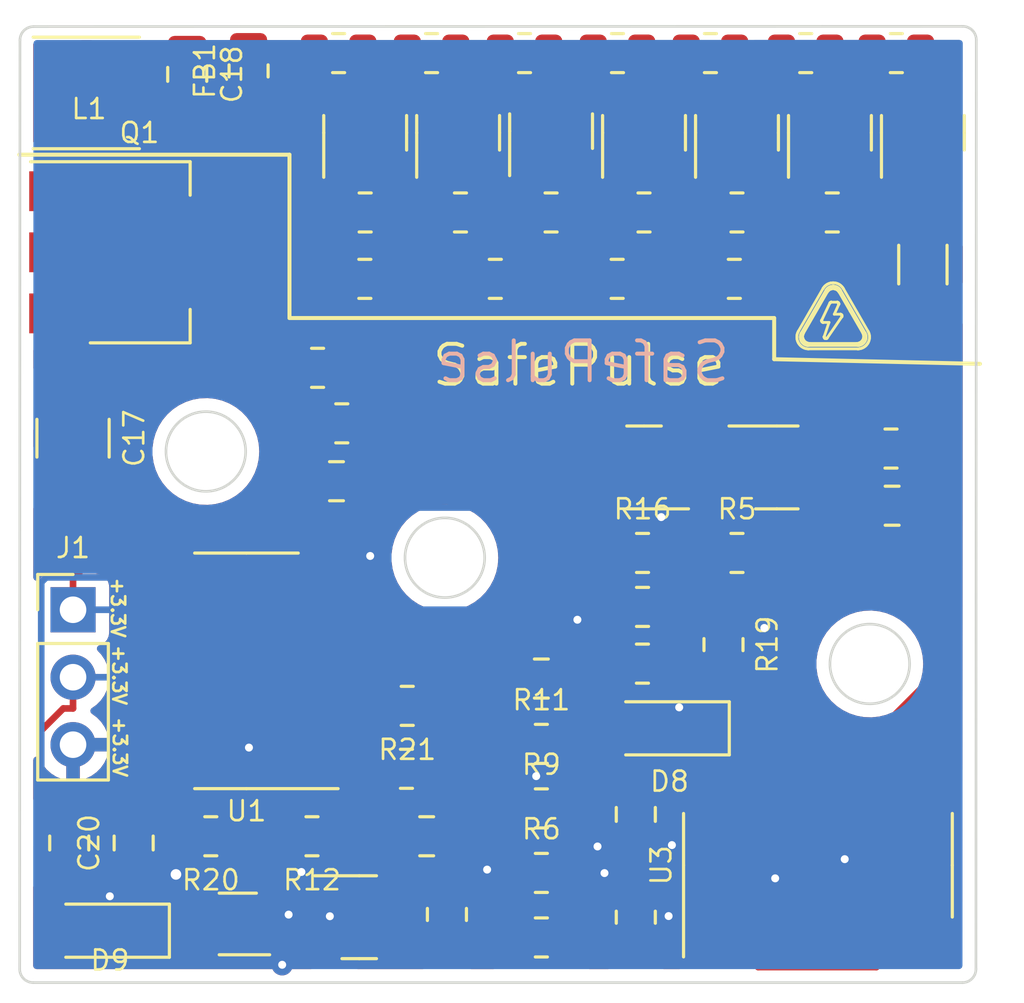
<source format=kicad_pcb>
(kicad_pcb (version 20210108) (generator pcbnew)
  (layers (0 "F.Cu" signal) (31 "B.Cu" signal) (34 "B.Paste" user) (35 "F.Paste" user) (36 "B.SilkS" user "B.Silkscreen") (37 "F.SilkS" user "F.Silkscreen") (38 "B.Mask" user) (39 "F.Mask" user) (44 "Edge.Cuts" user))
  (net 0 "")
  (net 1 "Net-(C1-Pad2)")
  (net 2 "Net-(C2-Pad2)")
  (net 3 "GND")
  (net 4 "Net-(C3-Pad2)")
  (net 5 "Net-(C4-Pad2)")
  (net 6 "Net-(C5-Pad2)")
  (net 7 "Net-(C6-Pad2)")
  (net 8 "Net-(C7-Pad2)")
  (net 9 "Net-(C10-Pad1)")
  (net 10 "Net-(C11-Pad1)")
  (net 11 "Net-(C10-Pad2)")
  (net 12 "Net-(C11-Pad2)")
  (net 13 "Net-(C12-Pad2)")
  (net 14 "Net-(D7-Pad2)")
  (net 15 "Net-(D8-Pad2)")
  (net 16 "Net-(D8-Pad1)")
  (net 17 "Net-(D9-Pad1)")
  (net 18 "Net-(D9-Pad2)")
  (net 19 "+3V3")
  (net 20 "Net-(C2-Pad1)")
  (net 21 "Net-(Q2-Pad3)")
  (net 22 "Net-(Q2-Pad1)")
  (net 23 "Net-(Q3-Pad1)")
  (net 24 "Net-(D7-Pad3)")
  (net 25 "Net-(Q3-Pad5)")
  (net 26 "Net-(U2-Pad5)")
  (net 27 "Net-(R4-Pad1)")
  (net 28 "+2V5")
  (net 29 "Net-(Q1-Pad2)")
  (net 30 "Net-(R7-Pad2)")
  (net 31 "Net-(U3-Pad14)")
  (net 32 "Net-(U3-Pad10)")
  (net 33 "Net-(U3-Pad9)")
  (net 34 "Net-(U3-Pad7)")
  (net 35 "Net-(C14-Pad1)")
  (net 36 "Net-(U4-Pad3)")
  (net 37 "Net-(C15-Pad1)")
  (net 38 "Net-(R8-Pad2)")
  (net 39 "Net-(C16-Pad1)")
  (net 40 "Net-(C19-Pad1)")
  (net 41 "Net-(C18-Pad1)")
  (net 42 "Net-(R1-Pad2)")
  (net 43 "Net-(R2-Pad1)")
  (net 44 "Net-(R3-Pad1)")
  (net 45 "Net-(FB2-Pad2)")
  (net 46 "Net-(C20-Pad1)")
  (net 47 "Net-(C21-Pad1)")
  (net 48 "Net-(C22-Pad1)")
  (net 49 "Net-(R21-Pad1)")
  (footprint "Resistor_SMD:R_0805_2012Metric" (layer "F.Cu") (at 114.584 89.578 180)
    (fp_text reference "R21")
    (fp_text value "47k")
  )
  (footprint "Resistor_SMD:R_0805_2012Metric" (layer "F.Cu") (at 119 65)
    (fp_text reference "C5" hide)
    (fp_text value "0.1" hide)
  )
  (footprint "Resistor_SMD:R_0805_2012Metric" (layer "F.Cu") (at 123.44 87.988 180)
    (fp_text reference "R13" hide)
    (fp_text value "100")
  )
  (footprint "Package_TO_SOT_SMD:SOT-23" (layer "F.Cu") (at 130.5 68 90)
    (fp_text reference "D6" hide)
    (fp_text value "BAV23" hide)
  )
  (footprint "Package_TO_SOT_SMD:SOT-23" (layer "F.Cu") (at 116.5 68 90)
    (fp_text reference "D2" hide)
    (fp_text value "BAV23" hide)
  )
  (footprint "Package_TO_SOT_SMD:SOT-363_SC-70-6" (layer "F.Cu") (at 108.204 97.79 180)
    (fp_text reference "Q3" hide)
    (fp_text value "MMDT3906" hide)
  )
  (footprint "Resistor_SMD:R_0805_2012Metric" (layer "F.Cu") (at 119.634 98.298)
    (fp_text reference "R18" hide)
    (fp_text value "499k" hide)
  )
  (footprint "Resistor_SMD:R_0805_2012Metric" (layer "F.Cu") (at 126 65)
    (fp_text reference "C9" hide)
    (fp_text value "0.1" hide)
  )
  (footprint "Capacitor_SMD:C_0805_2012Metric" (layer "F.Cu") (at 119.634 88.55)
    (fp_text reference "C19" hide)
    (fp_text value "1uF")
  )
  (footprint "Package_TO_SOT_SMD:SOT-23" (layer "F.Cu") (at 113 68 90)
    (fp_text reference "D1" hide)
    (fp_text value "BAV23" hide)
  )
  (footprint "Capacitor_SMD:C_0805_2012Metric" (layer "F.Cu") (at 111.92 81.12)
    (fp_text reference "C15" hide)
    (fp_text value "1uF")
  )
  (footprint "Resistor_SMD:R_0805_2012Metric" (layer "F.Cu") (at 122.488 73.5 180)
    (fp_text reference "R3" hide)
    (fp_text value "22M" hide)
  )
  (footprint "Resistor_SMD:R_0805_2012Metric" (layer "F.Cu") (at 122.5 65)
    (fp_text reference "C7" hide)
    (fp_text value "0.1" hide)
  )
  (footprint "Capacitor_SMD:C_0805_2012Metric" (layer "F.Cu") (at 104.283 94.742 90)
    (fp_text reference "C20")
    (fp_text value "C")
  )
  (footprint "Resistor_SMD:R_0805_2012Metric" (layer "F.Cu") (at 126.9 73.5 180)
    (fp_text reference "R4" hide)
    (fp_text value "22M" hide)
  )
  (footprint "Resistor_SMD:R_0805_2012Metric" (layer "F.Cu") (at 119.634 91.0095)
    (fp_text reference "R11")
    (fp_text value "121k")
  )
  (footprint "Resistor_SMD:R_0805_2012Metric" (layer "F.Cu") (at 114.554 91.948)
    (fp_text reference "R22" hide)
    (fp_text value "20k" hide)
  )
  (footprint "Package_TO_SOT_SMD:SOT-23" (layer "F.Cu") (at 123.5 68 90)
    (fp_text reference "D4" hide)
    (fp_text value "BAV23" hide)
  )
  (footprint "Diode_SMD:D_SOD-123" (layer "F.Cu") (at 124.46 90.424 180)
    (fp_text reference "D8")
    (fp_text value "1N4148W")
  )
  (footprint "Resistor_SMD:R_0805_2012Metric" (layer "F.Cu") (at 112.12 78.94)
    (fp_text reference "R10" hide)
    (fp_text value "R")
  )
  (footprint "Package_TO_SOT_SMD:SOT-23-5" (layer "F.Cu") (at 128.5 80.6)
    (fp_text reference "U2" hide)
    (fp_text value "MAX4162" hide)
  )
  (footprint "Capacitor_SMD:C_0805_2012Metric" (layer "F.Cu") (at 115.316 94.488)
    (fp_text reference "C22" hide)
    (fp_text value "C" hide)
  )
  (footprint "Package_TO_SOT_SMD:SOT-23" (layer "F.Cu") (at 127 68 90)
    (fp_text reference "D5" hide)
    (fp_text value "BAV23" hide)
  )
  (footprint "Capacitor_SMD:C_0805_2012Metric" (layer "F.Cu") (at 106.3 65.8 -90)
    (fp_text reference "C18")
    (fp_text value "1uF")
  )
  (footprint "Resistor_SMD:R_0805_2012Metric" (layer "F.Cu") (at 127 71)
    (fp_text reference "C10" hide)
    (fp_text value "0.1" hide)
  )
  (footprint "Resistor_SMD:R_0805_2012Metric" (layer "F.Cu") (at 119.634 95.8685)
    (fp_text reference "R6")
    (fp_text value "560K")
  )
  (footprint "Package_TO_SOT_SMD:SOT-23" (layer "F.Cu") (at 112.776 97.536)
    (fp_text reference "Q2" hide)
    (fp_text value "BC846" hide)
  )
  (footprint "Resistor_SMD:R_1206_3216Metric" (layer "F.Cu") (at 134 72.9625 -90)
    (fp_text reference "R7" hide)
    (fp_text value "4M7" hide)
  )
  (footprint "Resistor_SMD:R_0805_2012Metric" (layer "F.Cu") (at 112 65)
    (fp_text reference "C1" hide)
    (fp_text value "0.1" hide)
  )
  (footprint "Resistor_SMD:R_0805_2012Metric" (layer "F.Cu") (at 126.492 87.2725 -90)
    (fp_text reference "R19")
    (fp_text value "1k")
  )
  (footprint "Resistor_SMD:R_0805_2012Metric" (layer "F.Cu") (at 127 83.82)
    (fp_text reference "R5")
    (fp_text value "3.16M" hide)
  )
  (footprint "Capacitor_SMD:C_0805_2012Metric" (layer "F.Cu") (at 123.19 93.666 -90)
    (fp_text reference "C14" hide)
    (fp_text value "0.1")
  )
  (footprint "Resistor_SMD:R_0805_2012Metric" (layer "F.Cu") (at 113 71)
    (fp_text reference "C2" hide)
    (fp_text value "0.1" hide)
  )
  (footprint "Resistor_SMD:R_0805_2012Metric" (layer "F.Cu") (at 123.5 71)
    (fp_text reference "C8" hide)
    (fp_text value "0.1" hide)
  )
  (footprint "Resistor_SMD:R_0805_2012Metric" (layer "F.Cu") (at 120 71)
    (fp_text reference "C6" hide)
    (fp_text value "0.1" hide)
  )
  (footprint "Resistor_SMD:R_0805_2012Metric" (layer "F.Cu") (at 123.444 85.852)
    (fp_text reference "R15" hide)
    (fp_text value "1M49" hide)
  )
  (footprint "Inductor_SMD:L_Taiyo-Yuden_MD-4040" (layer "F.Cu") (at 102.5 66.5 180)
    (fp_text reference "L1")
    (fp_text value "2.2uH")
  )
  (footprint "Resistor_SMD:R_0805_2012Metric" (layer "F.Cu") (at 110.998 94.488 180)
    (fp_text reference "R12")
    (fp_text value "33k")
  )
  (footprint "Resistor_SMD:R_0805_2012Metric" (layer "F.Cu") (at 112.988 73.5)
    (fp_text reference "R1" hide)
    (fp_text value "22M" hide)
  )
  (footprint "Resistor_SMD:R_0805_2012Metric" (layer "F.Cu") (at 130.588 71)
    (fp_text reference "C12" hide)
    (fp_text value "0.1" hide)
  )
  (footprint "Package_SO:SOIC-14_3.9x8.7mm_P1.27mm" (layer "F.Cu") (at 108.53 88.26 180)
    (fp_text reference "U1")
    (fp_text value "74HC14" hide)
  )
  (footprint "Connector_PinHeader_2.54mm:PinHeader_1x03_P2.54mm_Vertical" (layer "F.Cu") (at 102 85.96)
    (fp_text reference "J1")
    (fp_text value "Conn_01x03_Male" hide)
  )
  (footprint "Resistor_SMD:R_0805_2012Metric" (layer "F.Cu") (at 108.61 65.67 90)
    (fp_text reference "FB1")
    (fp_text value "Ferrite_Bead" hide)
  )
  (footprint "Resistor_SMD:R_0805_2012Metric" (layer "F.Cu") (at 117.9 73.5 180)
    (fp_text reference "R2" hide)
    (fp_text value "22M" hide)
  )
  (footprint "Resistor_SMD:R_0805_2012Metric" (layer "F.Cu") (at 132.8 79.89)
    (fp_text reference "R8" hide)
    (fp_text value "100K" hide)
  )
  (footprint "Resistor_SMD:R_0805_2012Metric" (layer "F.Cu") (at 119.634 93.439)
    (fp_text reference "R9")
    (fp_text value "100K")
  )
  (footprint "Resistor_SMD:R_0805_2012Metric" (layer "F.Cu") (at 129.588 65)
    (fp_text reference "C11" hide)
    (fp_text value "0.1" hide)
  )
  (footprint "Resistor_SMD:R_0805_2012Metric" (layer "F.Cu") (at 116.078 97.4325 -90)
    (fp_text reference "R14" hide)
    (fp_text value "100k" hide)
  )
  (footprint "Resistor_SMD:R_0805_2012Metric" (layer "F.Cu") (at 116.588 71)
    (fp_text reference "C4" hide)
    (fp_text value "0.1" hide)
  )
  (footprint "Package_SO:SOIC-16_3.9x9.9mm_P1.27mm" (layer "F.Cu") (at 130.048 95.58 90)
    (fp_text reference "U3")
    (fp_text value "CD14538BM" hide)
  )
  (footprint "Package_TO_SOT_SMD:SOT-223-3_TabPin2" (layer "F.Cu") (at 104.5 72.5)
    (fp_text reference "Q1")
    (fp_text value "FQT7N10")
  )
  (footprint "Package_TO_SOT_SMD:SOT-23" (layer "F.Cu") (at 134 68 90)
    (fp_text reference "D7" hide)
    (fp_text value "BAV23" hide)
  )
  (footprint "Diode_SMD:D_SOD-123" (layer "F.Cu") (at 103.378 98.044 180)
    (fp_text reference "D9")
    (fp_text value "1N4148W" hide)
  )
  (footprint "Resistor_SMD:R_0805_2012Metric" (layer "F.Cu") (at 123.444 83.82)
    (fp_text reference "R16")
    (fp_text value "392k")
  )
  (footprint "Capacitor_SMD:C_0805_2012Metric" (layer "F.Cu") (at 132.842 82.042 180)
    (fp_text reference "C21" hide)
    (fp_text value "C")
  )
  (footprint "Resistor_SMD:R_0805_2012Metric" (layer "F.Cu") (at 133 65)
    (fp_text reference "C13" hide)
    (fp_text value "0.1" hide)
  )
  (footprint "Package_TO_SOT_SMD:SOT-23" (layer "F.Cu") (at 123.5 80.6 180)
    (fp_text reference "U4" hide)
    (fp_text value "MAX6008AEUR+T" hide)
  )
  (footprint "Resistor_SMD:R_0805_2012Metric" (layer "F.Cu") (at 115.5 65)
    (fp_text reference "C3" hide)
    (fp_text value "0.1" hide)
  )
  (footprint "Resistor_SMD:R_0805_2012Metric" (layer "F.Cu") (at 123.19 97.536 -90)
    (fp_text reference "R17" hide)
    (fp_text value "1M" hide)
  )
  (footprint "Resistor_SMD:R_0805_2012Metric" (layer "F.Cu") (at 111.208 76.85)
    (fp_text reference "FB2" hide)
    (fp_text value "Ferrite_Bead")
  )
  (footprint "Capacitor_SMD:C_1210_3225Metric" (layer "F.Cu") (at 102 79.5 -90)
    (fp_text reference "C17")
    (fp_text value "10uF")
  )
  (footprint "Resistor_SMD:R_0805_2012Metric" (layer "F.Cu") (at 107.188 94.488 180)
    (fp_text reference "R20")
    (fp_text value "100k")
  )
  (footprint "Package_TO_SOT_SMD:SOT-23" (layer "F.Cu") (at 120 67.9375 90)
    (fp_text reference "D3" hide)
    (fp_text value "BAV23" hide)
  )
  (footprint "Capacitor_SMD:C_0805_2012Metric" (layer "F.Cu") (at 101.857 94.742 90)
    (fp_text reference "C16" hide)
    (fp_text value "1nF")
  )
  (gr_line (start 130.833479 74.434134) (end 130.83389 74.438056) (layer "F.SilkS") (width 0.104))
  (gr_line (start 130.283728 75.685887) (end 130.283809 75.683024) (layer "F.SilkS") (width 0.104))
  (gr_line (start 131.772804 75.687419) (end 131.773356 75.670635) (layer "F.SilkS") (width 0.104))
  (gr_line (start 129.667606 76.006916) (end 129.678154 76.007773) (layer "F.SilkS") (width 0.104))
  (gr_line (start 130.463922 75.140451) (end 130.25106 75.140451) (layer "F.SilkS") (width 0.104))
  (gr_line (start 130.49724 74.411164) (end 130.498402 74.409203) (layer "F.SilkS") (width 0.104))
  (gr_line (start 131.986912 75.748703) (end 131.9822 75.777096) (layer "F.SilkS") (width 0.104))
  (gr_line (start 130.412107 73.700342) (end 130.424853 73.693799) (layer "F.SilkS") (width 0.104))
  (gr_line (start 130.548371 73.65431) (end 130.562916 73.652169) (layer "F.SilkS") (width 0.104))
  (gr_line (start 129.257773 75.748703) (end 129.254947 75.720152) (layer "F.SilkS") (width 0.104))
  (gr_line (start 130.283949 75.691576) (end 130.283776 75.688739) (layer "F.SilkS") (width 0.104))
  (gr_line (start 130.298749 75.727446) (end 130.296977 75.725242) (layer "F.SilkS") (width 0.104))
  (gr_line (start 130.945241 74.861888) (end 130.947437 74.865747) (layer "F.SilkS") (width 0.104))
  (gr_line (start 130.943595 74.931985) (end 130.400329 75.722742) (layer "F.SilkS") (width 0.104))
  (gr_line (start 131.007528 73.870721) (end 131.007528 73.870721) (layer "F.SilkS") (width 0.104))
  (gr_line (start 130.66468 73.778888) (end 130.654221 73.777694) (layer "F.SilkS") (width 0.104))
  (gr_line (start 130.32959 75.747848) (end 130.327812 75.747275) (layer "F.SilkS") (width 0.104))
  (gr_line (start 131.808415 75.868149) (end 131.81968 75.850015) (layer "F.SilkS") (width 0.104))
  (gr_line (start 129.314298 75.469125) (end 130.237144 73.870721) (layer "F.SilkS") (width 0.104))
  (gr_line (start 131.989739 75.720152) (end 131.986912 75.748703) (layer "F.SilkS") (width 0.104))
  (gr_line (start 131.729693 76.096938) (end 131.716519 76.10264) (layer "F.SilkS") (width 0.104))
  (gr_line (start 130.498402 74.409203) (end 130.499628 74.407293) (layer "F.SilkS") (width 0.104))
  (gr_line (start 130.698932 73.879837) (end 130.690768 73.877513) (layer "F.SilkS") (width 0.104))
  (gr_line (start 129.384726 75.732256) (end 129.388082 75.752491) (layer "F.SilkS") (width 0.104))
  (gr_line (start 129.611128 76.127714) (end 129.582781 76.12114) (layer "F.SilkS") (width 0.104))
  (gr_line (start 131.667289 75.984496) (end 131.685916 75.976071) (layer "F.SilkS") (width 0.104))
  (gr_line (start 131.86264 75.691501) (end 131.861969 75.671101) (layer "F.SilkS") (width 0.104))
  (gr_line (start 130.496145 74.413173) (end 130.49724 74.411164) (layer "F.SilkS") (width 0.104))
  (gr_line (start 130.351443 75.750322) (end 130.34761 75.750436) (layer "F.SilkS") (width 0.104))
  (gr_line (start 130.506658 74.398534) (end 130.508232 74.396949) (layer "F.SilkS") (width 0.104))
  (gr_line (start 130.187648 75.068389) (end 130.188279 75.064431) (layer "F.SilkS") (width 0.104))
  (gr_line (start 130.25106 75.140451) (end 130.25106 75.140451) (layer "F.SilkS") (width 0.104))
  (gr_line (start 131.930373 75.469125) (end 131.944508 75.495541) (layer "F.SilkS") (width 0.104))
  (gr_line (start 131.683735 75.867423) (end 131.696097 75.85582) (layer "F.SilkS") (width 0.104))
  (gr_line (start 129.626361 76.000157) (end 129.636518 76.002339) (layer "F.SilkS") (width 0.104))
  (gr_line (start 130.774202 74.378952) (end 130.77821 74.379332) (layer "F.SilkS") (width 0.104))
  (gr_line (start 130.187266 75.072369) (end 130.187648 75.068389) (layer "F.SilkS") (width 0.104))
  (gr_line (start 129.669552 76.135333) (end 129.640075 76.132458) (layer "F.SilkS") (width 0.104))
  (gr_line (start 131.608162 76.002345) (end 131.628364 75.997661) (layer "F.SilkS") (width 0.104))
  (gr_line (start 130.819818 73.693789) (end 130.845084 73.707286) (layer "F.SilkS") (width 0.104))
  (gr_line (start 129.732497 75.931375) (end 129.732497 75.931375) (layer "F.SilkS") (width 0.104))
  (gr_line (start 130.366445 75.747618) (end 130.362765 75.748626) (layer "F.SilkS") (width 0.104))
  (gr_line (start 130.539257 74.380281) (end 130.541472 74.379841) (layer "F.SilkS") (width 0.104))
  (gr_line (start 129.540759 75.96643) (end 129.54968 75.971387) (layer "F.SilkS") (width 0.104))
  (gr_line (start 130.319028 73.767137) (end 130.329718 73.757429) (layer "F.SilkS") (width 0.104))
  (gr_line (start 129.506685 75.800989) (end 129.511213 75.808542) (layer "F.SilkS") (width 0.104))
  (gr_line (start 130.648577 73.869889) (end 130.6399 73.869183) (layer "F.SilkS") (width 0.104))
  (gr_line (start 129.436265 75.868127) (end 129.442281 75.87683) (layer "F.SilkS") (width 0.104))
  (gr_line (start 130.806796 73.83479) (end 130.798396 73.828971) (layer "F.SilkS") (width 0.104))
  (gr_line (start 129.425 75.533044) (end 129.414932 75.551861) (layer "F.SilkS") (width 0.104))
  (gr_line (start 130.495117 74.415231) (end 130.495117 74.415231) (layer "F.SilkS") (width 0.104))
  (gr_line (start 130.760122 73.907526) (end 130.752921 73.903207) (layer "F.SilkS") (width 0.104))
  (gr_line (start 129.672339 75.924539) (end 129.680695 75.926335) (layer "F.SilkS") (width 0.104))
  (gr_line (start 129.502018 76.090837) (end 129.476753 76.077341) (layer "F.SilkS") (width 0.104))
  (gr_line (start 130.943536 74.931741) (end 130.943595 74.931985) (layer "F.SilkS") (width 0.104))
  (gr_line (start 130.833939 73.976929) (end 130.828785 73.96997) (layer "F.SilkS") (width 0.104))
  (gr_line (start 129.330108 75.939369) (end 129.314298 75.913919) (layer "F.SilkS") (width 0.104))
  (gr_line (start 130.220202 75.132526) (end 130.216774 75.130496) (layer "F.SilkS") (width 0.104))
  (gr_line (start 130.188217 75.088255) (end 130.187609 75.084313) (layer "F.SilkS") (width 0.104))
  (gr_line (start 129.491214 75.571532) (end 129.485136 75.587618) (layer "F.SilkS") (width 0.104))
  (gr_line (start 131.596836 75.917586) (end 131.612633 75.911657) (layer "F.SilkS") (width 0.104))
  (gr_line (start 130.204467 75.120308) (end 130.201795 75.117271) (layer "F.SilkS") (width 0.104))
  (gr_line (start 130.300624 75.729575) (end 130.298749 75.727446) (layer "F.SilkS") (width 0.104))
  (gr_line (start 130.848159 73.999002) (end 130.843631 73.991448) (layer "F.SilkS") (width 0.104))
  (gr_line (start 129.548603 75.855788) (end 129.554697 75.861698) (layer "F.SilkS") (width 0.104))
  (gr_line (start 130.326043 75.746638) (end 130.324286 75.745937) (layer "F.SilkS") (width 0.104))
  (gr_line (start 129.596591 75.99169) (end 129.606391 75.994829) (layer "F.SilkS") (width 0.104))
  (gr_line (start 130.914953 73.757415) (end 130.936038 73.777206) (layer "F.SilkS") (width 0.104))
  (gr_line (start 130.187247 75.080343) (end 130.187133 75.076357) (layer "F.SilkS") (width 0.104))
  (gr_line (start 130.285448 75.671536) (end 130.286195 75.668675) (layer "F.SilkS") (width 0.104))
  (gr_line (start 130.860037 73.883164) (end 130.853069 73.87546) (layer "F.SilkS") (width 0.104))
  (gr_line (start 130.537067 74.380798) (end 130.539257 74.380281) (layer "F.SilkS") (width 0.104))
  (gr_line (start 130.302599 75.731625) (end 130.300624 75.729575) (layer "F.SilkS") (width 0.104))
  (gr_line (start 131.930373 75.913919) (end 131.922651 75.926807) (layer "F.SilkS") (width 0.104))
  (gr_line (start 130.377051 75.743301) (end 130.373598 75.744953) (layer "F.SilkS") (width 0.104))
  (gr_line (start 130.359032 75.749414) (end 130.355254 75.74998) (layer "F.SilkS") (width 0.104))
  (gr_line (start 130.745582 73.899128) (end 130.738111 73.895291) (layer "F.SilkS") (width 0.104))
  (gr_line (start 129.254005 75.691522) (end 129.254947 75.662892) (layer "F.SilkS") (width 0.104))
  (gr_line (start 129.699491 76.008462) (end 129.699491 76.008462) (layer "F.SilkS") (width 0.104))
  (gr_line (start 130.261392 73.833055) (end 130.270181 73.82118) (layer "F.SilkS") (width 0.104))
  (gr_line (start 130.953387 74.882161) (end 130.954147 74.886411) (layer "F.SilkS") (width 0.104))
  (gr_line (start 130.6399 73.869183) (end 130.631156 73.868758) (layer "F.SilkS") (width 0.104))
  (gr_line (start 131.642771 75.896812) (end 131.657031 75.887942) (layer "F.SilkS") (width 0.104))
  (gr_line (start 130.288571 75.710666) (end 130.287558 75.708049) (layer "F.SilkS") (width 0.104))
  (gr_line (start 130.681757 73.652167) (end 130.710705 73.656912) (layer "F.SilkS") (width 0.104))
  (gr_line (start 131.661894 76.121121) (end 131.647799 76.124635) (layer "F.SilkS") (width 0.104))
  (gr_line (start 130.429662 73.840852) (end 130.413818 73.853874) (layer "F.SilkS") (width 0.104))
  (gr_line (start 130.213475 75.128254) (end 130.210318 75.125804) (layer "F.SilkS") (width 0.104))
  (gr_line (start 131.861969 75.671101) (end 131.859955 75.650758) (layer "F.SilkS") (width 0.104))
  (gr_line (start 131.81968 75.533044) (end 130.896827 73.934625) (layer "F.SilkS") (width 0.104))
  (gr_line (start 129.699491 76.136301) (end 129.699491 76.136301) (layer "F.SilkS") (width 0.104))
  (gr_line (start 131.764515 75.603958) (end 131.759543 75.587636) (layer "F.SilkS") (width 0.104))
  (gr_line (start 130.787444 73.927131) (end 130.780846 73.921886) (layer "F.SilkS") (width 0.104))
  (gr_line (start 129.515955 75.815901) (end 129.520905 75.823061) (layer "F.SilkS") (width 0.104))
  (gr_line (start 131.703143 76.107914) (end 131.689575 76.112756) (layer "F.SilkS") (width 0.104))
  (gr_line (start 131.796135 75.885317) (end 131.808415 75.868149) (layer "F.SilkS") (width 0.104))
  (gr_line (start 130.319089 75.743433) (end 130.316459 75.742046) (layer "F.SilkS") (width 0.104))
  (gr_line (start 129.646782 76.004196) (end 129.657147 76.005722) (layer "F.SilkS") (width 0.104))
  (gr_line (start 130.32254 75.74517) (end 130.320807 75.744336) (layer "F.SilkS") (width 0.104))
  (gr_line (start 129.425 75.85) (end 129.425 75.85) (layer "F.SilkS") (width 0.104))
  (gr_line (start 130.823434 73.963215) (end 130.817889 73.956667) (layer "F.SilkS") (width 0.104))
  (gr_line (start 129.515026 75.949829) (end 129.523426 75.955648) (layer "F.SilkS") (width 0.104))
  (gr_line (start 131.906122 75.951578) (end 131.897334 75.96345) (layer "F.SilkS") (width 0.104))
  (gr_line (start 131.856599 75.752482) (end 131.859955 75.732248) (layer "F.SilkS") (width 0.104))
  (gr_line (start 130.502265 74.403627) (end 130.503673 74.401874) (layer "F.SilkS") (width 0.104))
  (gr_line (start 131.547018 75.929123) (end 131.563989 75.926342) (layer "F.SilkS") (width 0.104))
  (gr_line (start 129.392781 75.610462) (end 129.388082 75.630524) (layer "F.SilkS") (width 0.104))
  (gr_line (start 130.828359 74.469125) (end 130.828359 74.469125) (layer "F.SilkS") (width 0.104))
  (gr_line (start 131.868971 75.996956) (end 131.85888 76.007404) (layer "F.SilkS") (width 0.104))
  (gr_line (start 131.792247 76.062186) (end 131.780208 76.069953) (layer "F.SilkS") (width 0.104))
  (gr_line (start 131.566527 76.007773) (end 131.587534 76.005725) (layer "F.SilkS") (width 0.104))
  (gr_line (start 131.859955 75.650758) (end 131.856599 75.630528) (layer "F.SilkS") (width 0.104))
  (gr_line (start 130.237144 73.870721) (end 130.237144 73.870721) (layer "F.SilkS") (width 0.104))
  (gr_line (start 130.189071 75.092158) (end 130.188217 75.088255) (layer "F.SilkS") (width 0.104))
  (gr_line (start 130.437818 73.687674) (end 130.450992 73.681971) (layer "F.SilkS") (width 0.104))
  (gr_line (start 131.718641 75.830042) (end 131.728742 75.815914) (layer "F.SilkS") (width 0.104))
  (gr_line (start 129.528157 76.102662) (end 129.502018 76.090837) (layer "F.SilkS") (width 0.104))
  (gr_line (start 130.936038 73.777206) (end 130.955907 73.798471) (layer "F.SilkS") (width 0.104))
  (gr_line (start 131.848485 76.017484) (end 131.837794 76.027191) (layer "F.SilkS") (width 0.104))
  (gr_line (start 131.716519 76.10264) (end 131.703143 76.107914) (layer "F.SilkS") (width 0.104))
  (gr_line (start 129.506685 75.800989) (end 129.506685 75.800989) (layer "F.SilkS") (width 0.104))
  (gr_line (start 130.292286 75.71822) (end 130.290937 75.715756) (layer "F.SilkS") (width 0.104))
  (gr_line (start 131.512185 75.931375) (end 131.529737 75.930808) (layer "F.SilkS") (width 0.104))
  (gr_line (start 130.800739 74.386611) (end 130.804145 74.388607) (layer "F.SilkS") (width 0.104))
  (gr_line (start 130.734902 73.796375) (end 130.725234 73.792924) (layer "F.SilkS") (width 0.104))
  (gr_line (start 129.586922 75.988239) (end 129.596591 75.99169) (layer "F.SilkS") (width 0.104))
  (gr_line (start 130.766735 73.671849) (end 130.793679 73.681963) (layer "F.SilkS") (width 0.104))
  (gr_line (start 130.570537 73.873657) (end 130.553916 73.877515) (layer "F.SilkS") (width 0.104))
  (gr_line (start 129.554697 75.861698) (end 129.560964 75.86739) (layer "F.SilkS") (width 0.104))
  (gr_line (start 130.853069 73.87546) (end 130.845878 73.868014) (layer "F.SilkS") (width 0.104))
  (gr_line (start 130.789862 74.381934) (end 130.793587 74.38327) (layer "F.SilkS") (width 0.104))
  (gr_line (start 130.67415 73.873655) (end 130.665707 73.872128) (layer "F.SilkS") (width 0.104))
  (gr_line (start 130.39794 75.726002) (end 130.395381 75.72907) (layer "F.SilkS") (width 0.104))
  (gr_line (start 130.943536 74.931741) (end 130.943536 74.931741) (layer "F.SilkS") (width 0.104))
  (gr_line (start 130.879544 73.907794) (end 130.873281 73.899335) (layer "F.SilkS") (width 0.104))
  (gr_line (start 131.81968 75.850015) (end 131.829749 75.831181) (layer "F.SilkS") (width 0.104))
  (gr_line (start 130.873281 73.899335) (end 130.866776 73.891124) (layer "F.SilkS") (width 0.104))
  (gr_line (start 131.768733 75.916641) (end 131.782892 75.90149) (layer "F.SilkS") (width 0.104))
  (gr_line (start 130.286195 75.668675) (end 130.28708 75.665826) (layer "F.SilkS") (width 0.104))
  (gr_line (start 130.506567 73.895296) (end 130.491755 73.903213) (layer "F.SilkS") (width 0.104))
  (gr_line (start 129.254947 75.720152) (end 129.254005 75.691522) (layer "F.SilkS") (width 0.104))
  (gr_line (start 131.804034 76.054022) (end 131.792247 76.062186) (layer "F.SilkS") (width 0.104))
  (gr_line (start 130.715434 73.789784) (end 130.705509 73.78696) (layer "F.SilkS") (width 0.104))
  (gr_line (start 131.81968 75.850015) (end 131.81968 75.850015) (layer "F.SilkS") (width 0.104))
  (gr_line (start 130.949856 74.920175) (end 130.948033 74.924142) (layer "F.SilkS") (width 0.104))
  (gr_line (start 130.34761 75.750436) (end 130.34761 75.750436) (layer "F.SilkS") (width 0.104))
  (gr_line (start 129.471322 75.670612) (end 129.471875 75.687398) (layer "F.SilkS") (width 0.104))
  (gr_line (start 130.744434 73.800135) (end 130.734902 73.796375) (layer "F.SilkS") (width 0.104))
  (gr_line (start 130.752921 73.903207) (end 130.745582 73.899128) (layer "F.SilkS") (width 0.104))
  (gr_line (start 131.619142 76.1303) (end 131.604597 76.132441) (layer "F.SilkS") (width 0.104))
  (gr_line (start 129.475945 75.916609) (end 129.483352 75.923792) (layer "F.SilkS") (width 0.104))
  (gr_line (start 130.954618 74.890689) (end 130.954799 74.89498) (layer "F.SilkS") (width 0.104))
  (gr_line (start 130.246967 75.140321) (end 130.242921 75.139933) (layer "F.SilkS") (width 0.104))
  (gr_line (start 131.845859 75.792391) (end 131.8519 75.772548) (layer "F.SilkS") (width 0.104))
  (gr_line (start 130.923907 74.840742) (end 130.927503 74.843081) (layer "F.SilkS") (width 0.104))
  (gr_line (start 131.560201 76.136043) (end 131.545177 76.136285) (layer "F.SilkS") (width 0.104))
  (gr_line (start 130.730511 73.891699) (end 130.722788 73.888354) (layer "F.SilkS") (width 0.104))
  (gr_line (start 130.622337 73.776147) (end 130.622337 73.776147) (layer "F.SilkS") (width 0.104))
  (gr_line (start 131.746283 75.555734) (end 131.737996 75.540247) (layer "F.SilkS") (width 0.104))
  (gr_line (start 130.767179 73.91208) (end 130.760122 73.907526) (layer "F.SilkS") (width 0.104))
  (gr_line (start 130.622337 73.776147) (end 130.622337 73.776147) (layer "F.SilkS") (width 0.104))
  (gr_line (start 129.632056 75.911637) (end 129.639897 75.91473) (layer "F.SilkS") (width 0.104))
  (gr_line (start 130.770149 74.378824) (end 130.774202 74.378952) (layer "F.SilkS") (width 0.104))
  (gr_line (start 131.580608 75.922488) (end 131.596836 75.917586) (layer "F.SilkS") (width 0.104))
  (gr_line (start 130.491755 73.903213) (end 130.477495 73.912086) (layer "F.SilkS") (width 0.104))
  (gr_line (start 129.300167 75.495541) (end 129.314298 75.469125) (layer "F.SilkS") (width 0.104))
  (gr_line (start 130.28708 75.665826) (end 130.28708 75.665826) (layer "F.SilkS") (width 0.104))
  (gr_line (start 130.890867 74.831552) (end 130.890867 74.831552) (layer "F.SilkS") (width 0.104))
  (gr_line (start 130.355254 75.74998) (end 130.351443 75.750322) (layer "F.SilkS") (width 0.104))
  (gr_line (start 130.780846 73.921886) (end 130.774089 73.916868) (layer "F.SilkS") (width 0.104))
  (gr_line (start 130.947437 74.865747) (end 130.949362 74.869733) (layer "F.SilkS") (width 0.104))
  (gr_line (start 130.201795 75.117271) (end 130.199305 75.114051) (layer "F.SilkS") (width 0.104))
  (gr_line (start 129.714945 75.930807) (end 129.72369 75.931233) (layer "F.SilkS") (width 0.104))
  (gr_line (start 130.519438 73.792908) (end 130.500237 73.800114) (layer "F.SilkS") (width 0.104))
  (gr_line (start 130.539163 73.786949) (end 130.519438 73.792908) (layer "F.SilkS") (width 0.104))
  (gr_line (start 130.945926 74.928002) (end 130.943536 74.931741) (layer "F.SilkS") (width 0.104))
  (gr_line (start 129.257773 75.634341) (end 129.262483 75.605949) (layer "F.SilkS") (width 0.104))
  (gr_line (start 130.622348 73.868616) (end 130.604793 73.869184) (layer "F.SilkS") (width 0.104))
  (gr_line (start 130.82303 73.847265) (end 130.815009 73.840889) (layer "F.SilkS") (width 0.104))
  (gr_line (start 130.899657 74.832156) (end 130.903952 74.832901) (layer "F.SilkS") (width 0.104))
  (gr_line (start 130.477937 73.671855) (end 130.49169 73.667451) (layer "F.SilkS") (width 0.104))
  (gr_line (start 130.816397 74.398623) (end 130.819066 74.401609) (layer "F.SilkS") (width 0.104))
  (gr_line (start 130.869407 73.722416) (end 130.89272 73.739139) (layer "F.SilkS") (width 0.104))
  (gr_line (start 130.216774 75.130496) (end 130.213475 75.128254) (layer "F.SilkS") (width 0.104))
  (gr_line (start 130.806241 73.944202) (end 130.800147 73.938292) (layer "F.SilkS") (width 0.104))
  (gr_line (start 130.306842 75.735473) (end 130.304672 75.733592) (layer "F.SilkS") (width 0.104))
  (gr_line (start 130.522538 74.386461) (end 130.524515 74.385441) (layer "F.SilkS") (width 0.104))
  (gr_line (start 130.28467 75.697186) (end 130.284248 75.694393) (layer "F.SilkS") (width 0.104))
  (gr_line (start 130.359112 73.916473) (end 130.347846 73.93461) (layer "F.SilkS") (width 0.104))
  (gr_line (start 129.678154 76.007773) (end 129.688784 76.008289) (layer "F.SilkS") (width 0.104))
  (gr_line (start 129.655912 75.920154) (end 129.664077 75.922478) (layer "F.SilkS") (width 0.104))
  (gr_line (start 130.285877 75.702688) (end 130.285214 75.699953) (layer "F.SilkS") (width 0.104))
  (gr_line (start 131.753708 75.930741) (end 131.768733 75.916641) (layer "F.SilkS") (width 0.104))
  (gr_line (start 130.952337 74.877955) (end 130.953387 74.882161) (layer "F.SilkS") (width 0.104))
  (gr_line (start 129.382712 75.711909) (end 129.384726 75.732256) (layer "F.SilkS") (width 0.104))
  (gr_line (start 130.526527 74.384489) (end 130.528574 74.383607) (layer "F.SilkS") (width 0.104))
  (gr_line (start 130.500237 73.800114) (end 130.481611 73.80854) (layer "F.SilkS") (width 0.104))
  (gr_line (start 130.336772 75.74954) (end 130.334969 75.749204) (layer "F.SilkS") (width 0.104))
  (gr_line (start 130.631156 73.868758) (end 130.622348 73.868616) (layer "F.SilkS") (width 0.104))
  (gr_line (start 129.471875 75.653826) (end 129.471322 75.670612) (layer "F.SilkS") (width 0.104))
  (gr_line (start 130.552837 74.378824) (end 130.552837 74.378824) (layer "F.SilkS") (width 0.104))
  (gr_line (start 130.534901 74.38139) (end 130.537067 74.380798) (layer "F.SilkS") (width 0.104))
  (gr_line (start 130.934199 74.848472) (end 130.937273 74.851508) (layer "F.SilkS") (width 0.104))
  (gr_line (start 129.555101 76.112777) (end 129.528157 76.102662) (layer "F.SilkS") (width 0.104))
  (gr_line (start 129.664077 75.922478) (end 129.672339 75.924539) (layer "F.SilkS") (width 0.104))
  (gr_line (start 130.398793 73.867976) (end 130.384634 73.883128) (layer "F.SilkS") (width 0.104))
  (gr_line (start 130.304672 75.733592) (end 130.302599 75.731625) (layer "F.SilkS") (width 0.104))
  (gr_line (start 129.262483 75.777096) (end 129.257773 75.748703) (layer "F.SilkS") (width 0.104))
  (gr_line (start 131.914565 75.939362) (end 131.906122 75.951578) (layer "F.SilkS") (width 0.104))
  (gr_line (start 130.33317 75.748811) (end 130.331377 75.74836) (layer "F.SilkS") (width 0.104))
  (gr_line (start 130.545965 74.379193) (end 130.548239 74.378989) (layer "F.SilkS") (width 0.104))
  (gr_line (start 130.238932 75.139295) (end 130.235009 75.13841) (layer "F.SilkS") (width 0.104))
  (gr_line (start 129.28792 75.52251) (end 129.300167 75.495541) (layer "F.SilkS") (width 0.104))
  (gr_line (start 130.270181 73.82118) (end 130.279308 73.809655) (layer "F.SilkS") (width 0.104))
  (gr_line (start 130.828359 74.469125) (end 130.664058 74.831552) (layer "F.SilkS") (width 0.104))
  (gr_line (start 131.859955 75.732248) (end 131.861969 75.711902) (layer "F.SilkS") (width 0.104))
  (gr_line (start 130.896827 73.934625) (end 130.891323 73.925443) (layer "F.SilkS") (width 0.104))
  (gr_line (start 130.823859 74.408121) (end 130.82595 74.411603) (layer "F.SilkS") (width 0.104))
  (gr_line (start 130.812157 73.950328) (end 130.806241 73.944202) (layer "F.SilkS") (width 0.104))
  (gr_line (start 129.526058 75.830021) (end 129.53141 75.836776) (layer "F.SilkS") (width 0.104))
  (gr_line (start 131.967123 75.83309) (end 131.956758 75.860534) (layer "F.SilkS") (width 0.104))
  (gr_line (start 129.498792 75.937356) (end 129.506813 75.943731) (layer "F.SilkS") (width 0.104))
  (gr_line (start 130.370059 75.746393) (end 130.366445 75.747618) (layer "F.SilkS") (width 0.104))
  (gr_line (start 131.737996 75.540262) (end 131.263471 74.718347) (layer "F.SilkS") (width 0.104))
  (gr_line (start 130.347846 73.93461) (end 129.425 75.533044) (layer "F.SilkS") (width 0.104))
  (gr_line (start 131.263471 74.718347) (end 131.263471 74.718347) (layer "F.SilkS") (width 0.104))
  (gr_line (start 129.72369 75.931233) (end 129.732497 75.931375) (layer "F.SilkS") (width 0.104))
  (gr_line (start 130.199305 75.114051) (end 130.197009 75.110651) (layer "F.SilkS") (width 0.104))
  (gr_line (start 129.277557 75.83309) (end 129.269078 75.805251) (layer "F.SilkS") (width 0.104))
  (gr_line (start 130.541472 74.379841) (end 130.543708 74.379478) (layer "F.SilkS") (width 0.104))
  (gr_line (start 130.298542 73.787669) (end 130.308633 73.777219) (layer "F.SilkS") (width 0.104))
  (gr_line (start 129.609262 75.900863) (end 129.616733 75.9047) (layer "F.SilkS") (width 0.104))
  (gr_line (start 130.830794 74.422586) (end 130.83193 74.426387) (layer "F.SilkS") (width 0.104))
  (gr_line (start 131.8519 75.610468) (end 131.845859 75.590633) (layer "F.SilkS") (width 0.104))
  (gr_line (start 130.363477 73.730594) (end 130.375264 73.722429) (layer "F.SilkS") (width 0.104))
  (gr_line (start 129.580755 75.883123) (end 129.587664 75.887911) (layer "F.SilkS") (width 0.104))
  (gr_line (start 130.908163 74.83393) (end 130.912276 74.835236) (layer "F.SilkS") (width 0.104))
  (gr_line (start 131.922651 75.926807) (end 131.914565 75.939362) (layer "F.SilkS") (width 0.104))
  (gr_line (start 130.543708 74.379478) (end 130.545965 74.379193) (layer "F.SilkS") (width 0.104))
  (gr_line (start 130.587509 73.870872) (end 130.570537 73.873657) (layer "F.SilkS") (width 0.104))
  (gr_line (start 129.511213 75.808542) (end 129.515955 75.815901) (layer "F.SilkS") (width 0.104))
  (gr_line (start 128.4 74.975) (end 110.15 74.975) (layer "F.SilkS") (width 0.15))
  (gr_line (start 129.254947 75.662892) (end 129.257773 75.634341) (layer "F.SilkS") (width 0.104))
  (gr_line (start 130.187609 75.084313) (end 130.187247 75.080343) (layer "F.SilkS") (width 0.104))
  (gr_line (start 129.568002 75.980415) (end 129.57739 75.984479) (layer "F.SilkS") (width 0.104))
  (gr_line (start 130.426786 73.956672) (end 130.415892 73.969975) (layer "F.SilkS") (width 0.104))
  (gr_line (start 131.689575 76.112756) (end 131.675822 76.117159) (layer "F.SilkS") (width 0.104))
  (gr_line (start 130.371391 73.899303) (end 130.359112 73.916473) (layer "F.SilkS") (width 0.104))
  (gr_line (start 131.707746 75.843352) (end 131.718641 75.830042) (layer "F.SilkS") (width 0.104))
  (gr_line (start 130.283776 75.688739) (end 130.283728 75.685887) (layer "F.SilkS") (width 0.104))
  (gr_line (start 131.648089 75.991702) (end 131.667289 75.984496) (layer "F.SilkS") (width 0.104))
  (gr_line (start 130.309108 75.737262) (end 130.306842 75.735473) (layer "F.SilkS") (width 0.104))
  (gr_line (start 130.386791 75.737096) (end 130.383658 75.73937) (layer "F.SilkS") (width 0.104))
  (gr_line (start 130.800147 73.938292) (end 130.793879 73.932601) (layer "F.SilkS") (width 0.104))
  (gr_line (start 129.680695 75.926335) (end 129.689138 75.927863) (layer "F.SilkS") (width 0.104))
  (gr_line (start 130.308633 73.777219) (end 130.319028 73.767137) (layer "F.SilkS") (width 0.104))
  (gr_line (start 130.930939 74.84566) (end 130.934199 74.848472) (layer "F.SilkS") (width 0.104))
  (gr_line (start 129.560964 75.86739) (end 129.5674 75.87286) (layer "F.SilkS") (width 0.104))
  (gr_line (start 131.545177 76.136285) (end 131.545177 76.136301) (layer "F.SilkS") (width 0.104))
  (gr_line (start 130.283809 75.683024) (end 130.28402 75.680153) (layer "F.SilkS") (width 0.104))
  (gr_line (start 130.896827 73.934625) (end 130.896827 73.934625) (layer "F.SilkS") (width 0.104))
  (gr_line (start 131.780208 76.069953) (end 131.767924 76.077316) (layer "F.SilkS") (width 0.104))
  (gr_line (start 130.664058 74.831552) (end 130.664058 74.831552) (layer "F.SilkS") (width 0.104))
  (gr_line (start 130.954692 74.899271) (end 130.954298 74.903544) (layer "F.SilkS") (width 0.104))
  (gr_line (start 130.311467 75.738957) (end 130.309108 75.737262) (layer "F.SilkS") (width 0.104))
  (gr_line (start 129.624333 75.908292) (end 129.632056 75.911637) (layer "F.SilkS") (width 0.104))
  (gr_line (start 131.007528 73.870721) (end 131.930373 75.469125) (layer "F.SilkS") (width 0.104))
  (gr_line (start 130.537688 73.882423) (end 130.521891 73.888358) (layer "F.SilkS") (width 0.104))
  (gr_line (start 129.262483 75.605949) (end 129.269078 75.577793) (layer "F.SilkS") (width 0.104))
  (gr_line (start 131.956758 75.860534) (end 131.944508 75.887503) (layer "F.SilkS") (width 0.104))
  (gr_line (start 130.798396 73.828971) (end 130.789817 73.823436) (layer "F.SilkS") (width 0.104))
  (gr_line (start 130.288764 73.798482) (end 130.298542 73.787669) (layer "F.SilkS") (width 0.104))
  (gr_line (start 129.384726 75.650756) (end 129.382712 75.671102) (layer "F.SilkS") (width 0.104))
  (gr_line (start 130.415892 73.969975) (end 130.405791 73.984092) (layer "F.SilkS") (width 0.104))
  (gr_line (start 129.480163 75.73729) (end 129.485136 75.753611) (layer "F.SilkS") (width 0.104))
  (gr_line (start 130.622337 73.776147) (end 130.601 73.776837) (layer "F.SilkS") (width 0.104))
  (gr_line (start 130.516842 74.389921) (end 130.5187 74.388702) (layer "F.SilkS") (width 0.104))
  (gr_line (start 130.738111 73.895291) (end 130.730511 73.891699) (layer "F.SilkS") (width 0.104))
  (gr_line (start 110.15 74.975) (end 110.15 68.825) (layer "F.SilkS") (width 0.15))
  (gr_line (start 131.753474 75.769705) (end 131.75955 75.75362) (layer "F.SilkS") (width 0.104))
  (gr_line (start 129.491214 75.769698) (end 129.498397 75.785507) (layer "F.SilkS") (width 0.104))
  (gr_line (start 131.930373 75.469125) (end 131.930373 75.469125) (layer "F.SilkS") (width 0.104))
  (gr_line (start 130.77821 74.379332) (end 130.782163 74.37996) (layer "F.SilkS") (width 0.104))
  (gr_line (start 130.463607 73.818157) (end 130.446274 73.828937) (layer "F.SilkS") (width 0.104))
  (gr_line (start 130.954298 74.903544) (end 130.953616 74.907786) (layer "F.SilkS") (width 0.104))
  (gr_line (start 130.511533 74.393955) (end 130.513257 74.392548) (layer "F.SilkS") (width 0.104))
  (gr_line (start 130.793879 73.932601) (end 130.787444 73.927131) (layer "F.SilkS") (width 0.104))
  (gr_line (start 129.616733 75.9047) (end 129.624333 75.908292) (layer "F.SilkS") (width 0.104))
  (gr_line (start 129.269078 75.805251) (end 129.262483 75.777096) (layer "F.SilkS") (width 0.104))
  (gr_line (start 130.495117 74.415231) (end 130.496145 74.413173) (layer "F.SilkS") (width 0.104))
  (gr_line (start 131.675822 76.117159) (end 131.661894 76.121121) (layer "F.SilkS") (width 0.104))
  (gr_line (start 131.888206 75.974974) (end 131.878749 75.986144) (layer "F.SilkS") (width 0.104))
  (gr_line (start 130.210318 75.125804) (end 130.207311 75.123154) (layer "F.SilkS") (width 0.104))
  (gr_line (start 129.365925 75.986162) (end 129.34734 75.963464) (layer "F.SilkS") (width 0.104))
  (gr_line (start 130.804145 74.388607) (end 130.807424 74.390811) (layer "F.SilkS") (width 0.104))
  (gr_line (start 131.829749 75.831181) (end 131.838475 75.811954) (layer "F.SilkS") (width 0.104))
  (gr_line (start 130.548239 74.378989) (end 130.550531 74.378865) (layer "F.SilkS") (width 0.104))
  (gr_line (start 131.755405 76.084271) (end 131.742658 76.090814) (layer "F.SilkS") (width 0.104))
  (gr_line (start 130.528574 74.383607) (end 130.530653 74.382796) (layer "F.SilkS") (width 0.104))
  (gr_line (start 131.782892 75.90149) (end 131.796135 75.885317) (layer "F.SilkS") (width 0.104))
  (gr_line (start 130.194935 75.107129) (end 130.193103 75.103506) (layer "F.SilkS") (width 0.104))
  (gr_line (start 129.601923 75.896783) (end 129.609262 75.900863) (layer "F.SilkS") (width 0.104))
  (gr_line (start 129.476753 76.077341) (end 129.452429 76.062212) (layer "F.SilkS") (width 0.104))
  (gr_line (start 130.193309 75.049051) (end 130.193309 75.049051) (layer "F.SilkS") (width 0.104))
  (gr_line (start 131.696097 75.85582) (end 131.707746 75.843352) (layer "F.SilkS") (width 0.104))
  (gr_line (start 131.721252 75.955676) (end 131.737864 75.943762) (layer "F.SilkS") (width 0.104))
  (gr_line (start 129.498397 75.555726) (end 129.491214 75.571532) (layer "F.SilkS") (width 0.104))
  (gr_line (start 129.314298 75.913919) (end 129.300167 75.887503) (layer "F.SilkS") (width 0.104))
  (gr_line (start 130.690768 73.877513) (end 130.682505 73.875452) (layer "F.SilkS") (width 0.104))
  (gr_line (start 130.400329 75.722742) (end 130.39794 75.726002) (layer "F.SilkS") (width 0.104))
  (gr_line (start 130.509857 74.395423) (end 130.511533 74.393955) (layer "F.SilkS") (width 0.104))
  (gr_line (start 129.429116 76.04549) (end 129.406882 76.027215) (layer "F.SilkS") (width 0.104))
  (gr_line (start 130.392663 75.731944) (end 130.389796 75.73462) (layer "F.SilkS") (width 0.104))
  (gr_line (start 129.382041 75.691505) (end 129.382712 75.711909) (layer "F.SilkS") (width 0.104))
  (gr_line (start 131.563989 75.926342) (end 131.580608 75.922488) (layer "F.SilkS") (width 0.104))
  (gr_line (start 131.742658 76.090814) (end 131.729693 76.096938) (layer "F.SilkS") (width 0.104))
  (gr_line (start 130.577593 73.650494) (end 130.592395 73.649292) (layer "F.SilkS") (width 0.104))
  (gr_line (start 131.73801 75.800989) (end 131.73801 75.800989) (layer "F.SilkS") (width 0.104))
  (gr_line (start 129.520905 75.823061) (end 129.526058 75.830021) (layer "F.SilkS") (width 0.104))
  (gr_line (start 131.856599 75.630528) (end 131.8519 75.610468) (layer "F.SilkS") (width 0.104))
  (gr_line (start 131.703919 75.966455) (end 131.721252 75.955676) (layer "F.SilkS") (width 0.104))
  (gr_line (start 130.237144 73.870721) (end 130.244865 73.85783) (layer "F.SilkS") (width 0.104))
  (gr_line (start 130.652278 73.649292) (end 130.681757 73.652167) (layer "F.SilkS") (width 0.104))
  (gr_line (start 129.49097 75.930709) (end 129.498792 75.937356) (layer "F.SilkS") (width 0.104))
  (gr_line (start 131.838475 75.811954) (end 131.845859 75.792391) (layer "F.SilkS") (width 0.104))
  (gr_line (start 130.362765 75.748626) (end 130.359032 75.749414) (layer "F.SilkS") (width 0.104))
  (gr_line (start 130.197009 75.110651) (end 130.194935 75.107129) (layer "F.SilkS") (width 0.104))
  (gr_line (start 130.252951 73.845273) (end 130.261392 73.833055) (layer "F.SilkS") (width 0.104))
  (gr_line (start 130.320807 75.744336) (end 130.319089 75.743433) (layer "F.SilkS") (width 0.104))
  (gr_line (start 129.300167 75.887503) (end 129.28792 75.860534) (layer "F.SilkS") (width 0.104))
  (gr_line (start 130.396524 73.999002) (end 129.506685 75.540247) (layer "F.SilkS") (width 0.104))
  (gr_line (start 130.396524 73.999002) (end 130.396524 73.999002) (layer "F.SilkS") (width 0.104))
  (gr_line (start 129.414932 75.551861) (end 129.406206 75.571074) (layer "F.SilkS") (width 0.104))
  (gr_line (start 130.562916 73.652169) (end 130.577593 73.650494) (layer "F.SilkS") (width 0.104))
  (gr_line (start 131.990681 75.691522) (end 131.989739 75.720152) (layer "F.SilkS") (width 0.104))
  (gr_line (start 129.657147 76.005722) (end 129.667606 76.006916) (layer "F.SilkS") (width 0.104))
  (gr_line (start 128.4 76.525) (end 128.4 74.975) (layer "F.SilkS") (width 0.15))
  (gr_line (start 129.506685 75.540247) (end 129.498397 75.555726) (layer "F.SilkS") (width 0.104))
  (gr_line (start 130.319089 75.743433) (end 130.319089 75.743433) (layer "F.SilkS") (width 0.104))
  (gr_line (start 131.861969 75.711902) (end 131.86264 75.691501) (layer "F.SilkS") (width 0.104))
  (gr_line (start 130.235009 75.13841) (end 130.231165 75.137286) (layer "F.SilkS") (width 0.104))
  (gr_line (start 130.903952 74.832901) (end 130.908163 74.83393) (layer "F.SilkS") (width 0.104))
  (gr_line (start 129.699491 76.136301) (end 129.669552 76.135333) (layer "F.SilkS") (width 0.104))
  (gr_line (start 130.481611 73.80854) (end 130.463607 73.818157) (layer "F.SilkS") (width 0.104))
  (gr_line (start 129.476295 75.720783) (end 129.480163 75.73729) (layer "F.SilkS") (width 0.104))
  (gr_line (start 130.384634 73.883128) (end 130.371391 73.899303) (layer "F.SilkS") (width 0.104))
  (gr_line (start 131.956758 75.52251) (end 131.967123 75.549954) (layer "F.SilkS") (width 0.104))
  (gr_line (start 129.406206 75.811956) (end 129.414932 75.831175) (layer "F.SilkS") (width 0.104))
  (gr_line (start 130.725234 73.792924) (end 130.715434 73.789784) (layer "F.SilkS") (width 0.104))
  (gr_line (start 130.190292 75.056626) (end 130.191675 75.052803) (layer "F.SilkS") (width 0.104))
  (gr_line (start 131.545177 76.136285) (end 131.545177 76.136285) (layer "F.SilkS") (width 0.104))
  (gr_line (start 131.54519 76.008462) (end 131.54519 76.008462) (layer "F.SilkS") (width 0.104))
  (gr_line (start 131.8519 75.772548) (end 131.856599 75.752482) (layer "F.SilkS") (width 0.104))
  (gr_line (start 130.284363 75.677279) (end 130.284838 75.674405) (layer "F.SilkS") (width 0.104))
  (gr_line (start 130.685308 73.782272) (end 130.675044 73.780415) (layer "F.SilkS") (width 0.104))
  (gr_line (start 129.542687 75.849663) (end 129.548603 75.855788) (layer "F.SilkS") (width 0.104))
  (gr_line (start 130.193309 75.049051) (end 130.495117 74.415231) (layer "F.SilkS") (width 0.104))
  (gr_line (start 130.947437 74.865747) (end 130.947437 74.865747) (layer "F.SilkS") (width 0.104))
  (gr_line (start 130.413818 73.853874) (end 130.398793 73.867976) (layer "F.SilkS") (width 0.104))
  (gr_line (start 130.338578 75.74982) (end 130.336772 75.74954) (layer "F.SilkS") (width 0.104))
  (gr_line (start 130.951395 74.916117) (end 130.949856 74.920175) (layer "F.SilkS") (width 0.104))
  (gr_line (start 130.187133 75.076357) (end 130.187266 75.072369) (layer "F.SilkS") (width 0.104))
  (gr_line (start 130.833983 74.445943) (end 130.833663 74.449885) (layer "F.SilkS") (width 0.104))
  (gr_line (start 131.829749 75.551865) (end 131.81968 75.533044) (layer "F.SilkS") (width 0.104))
  (gr_line (start 131.263471 74.718347) (end 130.848159 73.999002) (layer "F.SilkS") (width 0.104))
  (gr_line (start 130.351951 73.739152) (end 130.363477 73.730594) (layer "F.SilkS") (width 0.104))
  (gr_line (start 131.773356 75.670635) (end 131.772803 75.65385) (layer "F.SilkS") (width 0.104))
  (gr_line (start 130.834059 74.441997) (end 130.833983 74.445943) (layer "F.SilkS") (width 0.104))
  (gr_line (start 129.385795 76.007426) (end 129.365925 75.986162) (layer "F.SilkS") (width 0.104))
  (gr_line (start 130.521891 73.888358) (end 130.506567 73.895296) (layer "F.SilkS") (width 0.104))
  (gr_line (start 130.550531 74.378865) (end 130.552837 74.378824) (layer "F.SilkS") (width 0.104))
  (gr_line (start 130.622348 73.868616) (end 130.622348 73.868616) (layer "F.SilkS") (width 0.104))
  (gr_line (start 131.975604 75.805251) (end 131.967123 75.83309) (layer "F.SilkS") (width 0.104))
  (gr_line (start 130.284838 75.674405) (end 130.285448 75.671536) (layer "F.SilkS") (width 0.104))
  (gr_line (start 129.606391 75.994829) (end 129.616316 75.997652) (layer "F.SilkS") (width 0.104))
  (gr_line (start 129.706268 75.930102) (end 129.714945 75.930807) (layer "F.SilkS") (width 0.104))
  (gr_line (start 130.83389 74.438056) (end 130.834059 74.441997) (layer "F.SilkS") (width 0.104))
  (gr_line (start 130.244865 73.85783) (end 130.252951 73.845273) (layer "F.SilkS") (width 0.104))
  (gr_line (start 130.781064 73.818187) (end 130.772143 73.813229) (layer "F.SilkS") (width 0.104))
  (gr_line (start 130.770149 74.378824) (end 130.770149 74.378824) (layer "F.SilkS") (width 0.104))
  (gr_line (start 129.314298 75.913919) (end 129.314298 75.913919) (layer "F.SilkS") (width 0.104))
  (gr_line (start 131.728742 75.815914) (end 131.73801 75.800989) (layer "F.SilkS") (width 0.104))
  (gr_line (start 129.558763 75.97605) (end 129.568002 75.980415) (layer "F.SilkS") (width 0.104))
  (gr_line (start 131.545177 76.136301) (end 129.699491 76.136301) (layer "F.SilkS") (width 0.104))
  (gr_line (start 130.845084 73.707286) (end 130.869407 73.722416) (layer "F.SilkS") (width 0.104))
  (gr_line (start 131.845859 75.590633) (end 131.838475 75.57108) (layer "F.SilkS") (width 0.104))
  (gr_line (start 130.895291 74.831704) (end 130.899657 74.832156) (layer "F.SilkS") (width 0.104))
  (gr_line (start 129.382712 75.671102) (end 129.382041 75.691505) (layer "F.SilkS") (width 0.104))
  (gr_line (start 130.373598 75.744953) (end 130.370059 75.746393) (layer "F.SilkS") (width 0.104))
  (gr_line (start 130.789817 73.823436) (end 130.781064 73.818187) (layer "F.SilkS") (width 0.104))
  (gr_line (start 129.480163 75.603936) (end 129.476295 75.620442) (layer "F.SilkS") (width 0.104))
  (gr_line (start 129.455047 75.8935) (end 129.461786 75.901459) (layer "F.SilkS") (width 0.104))
  (gr_line (start 131.9822 75.777096) (end 131.975604 75.805251) (layer "F.SilkS") (width 0.104))
  (gr_line (start 129.485136 75.587618) (end 129.480163 75.603936) (layer "F.SilkS") (width 0.104))
  (gr_line (start 130.313918 75.740553) (end 130.311467 75.738957) (layer "F.SilkS") (width 0.104))
  (gr_line (start 130.829916 74.465377) (end 130.828359 74.469125) (layer "F.SilkS") (width 0.104))
  (gr_line (start 130.5187 74.388702) (end 130.5206 74.387548) (layer "F.SilkS") (width 0.104))
  (gr_line (start 130.937273 74.851508) (end 130.940146 74.854761) (layer "F.SilkS") (width 0.104))
  (gr_line (start 131.826816 76.03652) (end 131.81556 76.045465) (layer "F.SilkS") (width 0.104))
  (gr_line (start 130.927503 74.843081) (end 130.930939 74.84566) (layer "F.SilkS") (width 0.104))
  (gr_line (start 130.405791 73.984092) (end 130.396524 73.999002) (layer "F.SilkS") (width 0.104))
  (gr_line (start 130.49169 73.667451) (end 130.505618 73.66349) (layer "F.SilkS") (width 0.104))
  (gr_line (start 129.471875 75.687398) (end 129.473532 75.704137) (layer "F.SilkS") (width 0.104))
  (gr_line (start 130.207311 75.123154) (end 130.204467 75.120308) (layer "F.SilkS") (width 0.104))
  (gr_line (start 130.948033 74.924142) (end 130.945926 74.928002) (layer "F.SilkS") (width 0.104))
  (gr_line (start 130.293743 75.720625) (end 130.292286 75.71822) (layer "F.SilkS") (width 0.104))
  (gr_line (start 129.425 75.85) (end 129.430503 75.859182) (layer "F.SilkS") (width 0.104))
  (gr_line (start 129.640075 76.132458) (end 129.611128 76.127714) (layer "F.SilkS") (width 0.104))
  (gr_line (start 130.499628 74.407293) (end 130.500916 74.405434) (layer "F.SilkS") (width 0.104))
  (gr_line (start 129.34734 75.963464) (end 129.330108 75.939369) (layer "F.SilkS") (width 0.104))
  (gr_line (start 130.866776 73.891124) (end 130.860037 73.883164) (layer "F.SilkS") (width 0.104))
  (gr_line (start 131.746294 75.78551) (end 131.753474 75.769705) (layer "F.SilkS") (width 0.104))
  (gr_line (start 130.920161 74.838649) (end 130.923907 74.840742) (layer "F.SilkS") (width 0.104))
  (gr_line (start 130.285214 75.699953) (end 130.28467 75.697186) (layer "F.SilkS") (width 0.104))
  (gr_line (start 131.81556 76.045465) (end 131.804034 76.054022) (layer "F.SilkS") (width 0.104))
  (gr_line (start 130.953616 74.907786) (end 130.952648 74.911982) (layer "F.SilkS") (width 0.104))
  (gr_line (start 130.532762 74.382057) (end 130.534901 74.38139) (layer "F.SilkS") (width 0.104))
  (gr_line (start 129.406206 75.571074) (end 129.398822 75.590626) (layer "F.SilkS") (width 0.104))
  (gr_line (start 130.505138 74.400176) (end 130.506658 74.398534) (layer "F.SilkS") (width 0.104))
  (gr_line (start 131.768386 75.720799) (end 131.771148 75.704156) (layer "F.SilkS") (width 0.104))
  (gr_line (start 130.375264 73.722429) (end 130.387303 73.714662) (layer "F.SilkS") (width 0.104))
  (gr_line (start 130.383658 75.73937) (end 130.380408 75.741439) (layer "F.SilkS") (width 0.104))
  (gr_line (start 131.670699 75.878138) (end 131.683735 75.867423) (layer "F.SilkS") (width 0.104))
  (gr_line (start 130.838889 73.98409) (end 130.833939 73.976929) (layer "F.SilkS") (width 0.104))
  (gr_line (start 130.327812 75.747275) (end 130.326043 75.746638) (layer "F.SilkS") (width 0.104))
  (gr_line (start 130.607312 73.648567) (end 130.622337 73.648325) (layer "F.SilkS") (width 0.104))
  (gr_line (start 131.837794 76.027191) (end 131.826816 76.03652) (layer "F.SilkS") (width 0.104))
  (gr_line (start 130.340695 73.748099) (end 130.351951 73.739152) (layer "F.SilkS") (width 0.104))
  (gr_line (start 130.830852 73.853913) (end 130.82303 73.847265) (layer "F.SilkS") (width 0.104))
  (gr_line (start 129.689138 75.927863) (end 129.697664 75.92912) (layer "F.SilkS") (width 0.104))
  (gr_line (start 131.9822 75.605949) (end 131.986912 75.634341) (layer "F.SilkS") (width 0.104))
  (gr_line (start 129.414932 75.831175) (end 129.425 75.85) (layer "F.SilkS") (width 0.104))
  (gr_line (start 129.277557 75.549954) (end 129.28792 75.52251) (layer "F.SilkS") (width 0.104))
  (gr_line (start 131.767924 76.077316) (end 131.755405 76.084271) (layer "F.SilkS") (width 0.104))
  (gr_line (start 130.340386 75.750046) (end 130.338578 75.74982) (layer "F.SilkS") (width 0.104))
  (gr_line (start 130.279308 73.809655) (end 130.288764 73.798482) (layer "F.SilkS") (width 0.104))
  (gr_line (start 131.604597 76.132441) (end 131.589919 76.134116) (layer "F.SilkS") (width 0.104))
  (gr_line (start 130.342195 75.750219) (end 130.340386 75.750046) (layer "F.SilkS") (width 0.104))
  (gr_line (start 130.940146 74.854761) (end 130.942807 74.858223) (layer "F.SilkS") (width 0.104))
  (gr_line (start 129.452429 76.062212) (end 129.429116 76.04549) (layer "F.SilkS") (width 0.104))
  (gr_line (start 130.25106 75.140451) (end 130.246967 75.140321) (layer "F.SilkS") (width 0.104))
  (gr_line (start 130.533967 73.656914) (end 130.548371 73.65431) (layer "F.SilkS") (width 0.104))
  (gr_line (start 130.515027 74.391203) (end 130.516842 74.389921) (layer "F.SilkS") (width 0.104))
  (gr_line (start 130.891323 73.925443) (end 130.88556 73.916498) (layer "F.SilkS") (width 0.104))
  (gr_line (start 129.506813 75.943731) (end 129.515026 75.949829) (layer "F.SilkS") (width 0.104))
  (gr_line (start 131.589919 76.134116) (end 131.575118 76.135318) (layer "F.SilkS") (width 0.104))
  (gr_line (start 130.286659 75.705388) (end 130.285877 75.702688) (layer "F.SilkS") (width 0.104))
  (gr_line (start 129.587664 75.887911) (end 129.594722 75.892465) (layer "F.SilkS") (width 0.104))
  (gr_line (start 129.639897 75.91473) (end 129.64785 75.91757) (layer "F.SilkS") (width 0.104))
  (gr_line (start 130.622337 73.648325) (end 130.652278 73.649292) (layer "F.SilkS") (width 0.104))
  (gr_line (start 131.647799 76.124635) (end 131.633545 76.127696) (layer "F.SilkS") (width 0.104))
  (gr_line (start 131.85888 76.007404) (end 131.848485 76.017484) (layer "F.SilkS") (width 0.104))
  (gr_line (start 130.579993 73.778885) (end 130.559364 73.782265) (layer "F.SilkS") (width 0.104))
  (gr_line (start 130.786051 74.380829) (end 130.789862 74.381934) (layer "F.SilkS") (width 0.104))
  (gr_line (start 130.387303 73.714662) (end 130.399587 73.707298) (layer "F.SilkS") (width 0.104))
  (gr_line (start 130.753822 73.8042) (end 130.744434 73.800135) (layer "F.SilkS") (width 0.104))
  (gr_line (start 130.503673 74.401874) (end 130.505138 74.400176) (layer "F.SilkS") (width 0.104))
  (gr_line (start 130.97449 73.821172) (end 130.99172 73.845268) (layer "F.SilkS") (width 0.104))
  (gr_line (start 130.831224 74.461568) (end 130.829916 74.465377) (layer "F.SilkS") (width 0.104))
  (gr_line (start 129.398822 75.792397) (end 129.406206 75.811956) (layer "F.SilkS") (width 0.104))
  (gr_line (start 130.81356 74.395825) (end 130.816397 74.398623) (layer "F.SilkS") (width 0.104))
  (gr_line (start 130.949362 74.869733) (end 130.950995 74.873807) (layer "F.SilkS") (width 0.104))
  (gr_line (start 130.76306 73.808566) (end 130.753822 73.8042) (layer "F.SilkS") (width 0.104))
  (gr_line (start 130.530653 74.382796) (end 130.532762 74.382057) (layer "F.SilkS") (width 0.104))
  (gr_line (start 130.739054 73.663485) (end 130.766735 73.671849) (layer "F.SilkS") (width 0.104))
  (gr_line (start 130.912276 74.835236) (end 130.91628 74.836811) (layer "F.SilkS") (width 0.104))
  (gr_line (start 129.5674 75.87286) (end 129.573998 75.878105) (layer "F.SilkS") (width 0.104))
  (gr_line (start 131.627958 75.904725) (end 131.642771 75.896812) (layer "F.SilkS") (width 0.104))
  (gr_line (start 130.592395 73.649292) (end 130.607312 73.648567) (layer "F.SilkS") (width 0.104))
  (gr_line (start 130.774089 73.916868) (end 130.767179 73.91208) (layer "F.SilkS") (width 0.104))
  (gr_line (start 130.424853 73.693799) (end 130.437818 73.687674) (layer "F.SilkS") (width 0.104))
  (gr_line (start 131.737996 75.540247) (end 131.737996 75.540262) (layer "F.SilkS") (width 0.104))
  (gr_line (start 130.665707 73.872128) (end 130.657181 73.870871) (layer "F.SilkS") (width 0.104))
  (gr_line (start 110.15 68.825) (end 99.975 68.825) (layer "F.SilkS") (width 0.15))
  (gr_line (start 131.986912 75.634341) (end 131.989739 75.662892) (layer "F.SilkS") (width 0.104))
  (gr_line (start 131.944508 75.887503) (end 131.930373 75.913919) (layer "F.SilkS") (width 0.104))
  (gr_line (start 130.807424 74.390811) (end 130.810566 74.393219) (layer "F.SilkS") (width 0.104))
  (gr_line (start 129.388082 75.630524) (end 129.384726 75.650756) (layer "F.SilkS") (width 0.104))
  (gr_line (start 130.82595 74.411603) (end 130.827803 74.415182) (layer "F.SilkS") (width 0.104))
  (gr_line (start 129.388082 75.752491) (end 129.392781 75.772557) (layer "F.SilkS") (width 0.104))
  (gr_line (start 129.498397 75.785507) (end 129.506685 75.800989) (layer "F.SilkS") (width 0.104))
  (gr_line (start 129.688784 76.008289) (end 129.699491 76.008462) (layer "F.SilkS") (width 0.104))
  (gr_line (start 129.54968 75.971387) (end 129.558763 75.97605) (layer "F.SilkS") (width 0.104))
  (gr_line (start 130.782163 74.37996) (end 130.786051 74.380829) (layer "F.SilkS") (width 0.104))
  (gr_line (start 130.675044 73.780415) (end 130.66468 73.778888) (layer "F.SilkS") (width 0.104))
  (gr_line (start 130.524515 74.385441) (end 130.526527 74.384489) (layer "F.SilkS") (width 0.104))
  (gr_line (start 131.759543 75.587636) (end 131.753466 75.571546) (layer "F.SilkS") (width 0.104))
  (gr_line (start 130.601 73.776837) (end 130.579993 73.778885) (layer "F.SilkS") (width 0.104))
  (gr_line (start 129.425 75.533044) (end 129.425 75.533044) (layer "F.SilkS") (width 0.104))
  (gr_line (start 130.664058 74.831552) (end 130.890867 74.831552) (layer "F.SilkS") (width 0.104))
  (gr_line (start 131.771145 75.637112) (end 131.768383 75.620465) (layer "F.SilkS") (width 0.104))
  (gr_line (start 129.398822 75.590626) (end 129.392781 75.610462) (layer "F.SilkS") (width 0.104))
  (gr_line (start 130.231165 75.137286) (end 130.227408 75.135926) (layer "F.SilkS") (width 0.104))
  (gr_line (start 129.53141 75.836776) (end 129.536954 75.843324) (layer "F.SilkS") (width 0.104))
  (gr_line (start 130.954799 74.89498) (end 130.954692 74.899271) (layer "F.SilkS") (width 0.104))
  (gr_line (start 130.829418 74.418847) (end 130.830794 74.422586) (layer "F.SilkS") (width 0.104))
  (gr_line (start 130.955907 73.798471) (end 130.97449 73.821172) (layer "F.SilkS") (width 0.104))
  (gr_line (start 131.628364 75.997661) (end 131.648089 75.991702) (layer "F.SilkS") (width 0.104))
  (gr_line (start 130.395381 75.72907) (end 130.392663 75.731944) (layer "F.SilkS") (width 0.104))
  (gr_line (start 130.657181 73.870871) (end 130.648577 73.869889) (layer "F.SilkS") (width 0.104))
  (gr_line (start 130.705509 73.78696) (end 130.695465 73.784455) (layer "F.SilkS") (width 0.104))
  (gr_line (start 129.392781 75.772557) (end 129.398822 75.792397) (layer "F.SilkS") (width 0.104))
  (gr_line (start 129.506685 75.540247) (end 129.506685 75.540247) (layer "F.SilkS") (width 0.104))
  (gr_line (start 129.483352 75.923792) (end 129.49097 75.930709) (layer "F.SilkS") (width 0.104))
  (gr_line (start 130.706994 73.88242) (end 130.698932 73.879837) (layer "F.SilkS") (width 0.104))
  (gr_line (start 129.573998 75.878105) (end 129.580755 75.883123) (layer "F.SilkS") (width 0.104))
  (gr_line (start 130.827803 74.415182) (end 130.829418 74.418847) (layer "F.SilkS") (width 0.104))
  (gr_line (start 130.380408 75.741439) (end 130.377051 75.743301) (layer "F.SilkS") (width 0.104))
  (gr_line (start 130.289698 75.713237) (end 130.288571 75.710666) (layer "F.SilkS") (width 0.104))
  (gr_line (start 130.559364 73.782265) (end 130.539163 73.786949) (layer "F.SilkS") (width 0.104))
  (gr_line (start 130.848159 73.999002) (end 130.848159 73.999002) (layer "F.SilkS") (width 0.104))
  (gr_line (start 130.464368 73.676697) (end 130.477937 73.671855) (layer "F.SilkS") (width 0.104))
  (gr_line (start 131.967123 75.549954) (end 131.975604 75.577793) (layer "F.SilkS") (width 0.104))
  (gr_line (start 130.296977 75.725242) (end 130.295307 75.722967) (layer "F.SilkS") (width 0.104))
  (gr_line (start 129.461786 75.901459) (end 129.468754 75.909163) (layer "F.SilkS") (width 0.104))
  (gr_line (start 131.73801 75.800989) (end 131.746294 75.78551) (layer "F.SilkS") (width 0.104))
  (gr_line (start 130.287558 75.708049) (end 130.286659 75.705388) (layer "F.SilkS") (width 0.104))
  (gr_line (start 130.519714 73.659976) (end 130.533967 73.656914) (layer "F.SilkS") (width 0.104))
  (gr_line (start 130.188279 75.064431) (end 130.18916 75.060505) (layer "F.SilkS") (width 0.104))
  (gr_line (start 130.833097 74.45381) (end 130.832284 74.457709) (layer "F.SilkS") (width 0.104))
  (gr_line (start 130.890867 74.831552) (end 130.895291 74.831704) (layer "F.SilkS") (width 0.104))
  (gr_line (start 130.823859 74.408121) (end 130.823859 74.408121) (layer "F.SilkS") (width 0.104))
  (gr_line (start 129.697664 75.92912) (end 129.706268 75.930102) (layer "F.SilkS") (width 0.104))
  (gr_line (start 131.81968 75.533044) (end 131.81968 75.533044) (layer "F.SilkS") (width 0.104))
  (gr_line (start 130.450795 73.932608) (end 130.438434 73.944209) (layer "F.SilkS") (width 0.104))
  (gr_line (start 129.636518 76.002339) (end 129.646782 76.004196) (layer "F.SilkS") (width 0.104))
  (gr_line (start 130.722788 73.888354) (end 130.714948 73.88526) (layer "F.SilkS") (width 0.104))
  (gr_line (start 129.442281 75.87683) (end 129.448543 75.885289) (layer "F.SilkS") (width 0.104))
  (gr_line (start 129.476295 75.620442) (end 129.473532 75.637087) (layer "F.SilkS") (width 0.104))
  (gr_line (start 130.772143 73.813229) (end 130.76306 73.808566) (layer "F.SilkS") (width 0.104))
  (gr_line (start 130.821557 74.404777) (end 130.823859 74.408121) (layer "F.SilkS") (width 0.104))
  (gr_line (start 130.500916 74.405434) (end 130.502265 74.403627) (layer "F.SilkS") (width 0.104))
  (gr_line (start 130.193103 75.103506) (end 130.191515 75.099796) (layer "F.SilkS") (width 0.104))
  (gr_line (start 130.290937 75.715756) (end 130.289698 75.713237) (layer "F.SilkS") (width 0.104))
  (gr_line (start 130.954147 74.886411) (end 130.954618 74.890689) (layer "F.SilkS") (width 0.104))
  (gr_line (start 130.316459 75.742046) (end 130.313918 75.740553) (layer "F.SilkS") (width 0.104))
  (gr_line (start 130.710705 73.656912) (end 130.739054 73.663485) (layer "F.SilkS") (width 0.104))
  (gr_line (start 130.324286 75.745937) (end 130.32254 75.74517) (layer "F.SilkS") (width 0.104))
  (gr_line (start 130.828785 73.96997) (end 130.823434 73.963215) (layer "F.SilkS") (width 0.104))
  (gr_line (start 130.399587 73.707298) (end 130.412107 73.700342) (layer "F.SilkS") (width 0.104))
  (gr_line (start 130.843631 73.991448) (end 130.838889 73.98409) (layer "F.SilkS") (width 0.104))
  (gr_line (start 130.345808 75.750413) (end 130.344002 75.750341) (layer "F.SilkS") (width 0.104))
  (gr_line (start 131.897334 75.96345) (end 131.888206 75.974974) (layer "F.SilkS") (width 0.104))
  (gr_line (start 130.389796 75.73462) (end 130.386791 75.737096) (layer "F.SilkS") (width 0.104))
  (gr_line (start 131.737996 75.540247) (end 131.737996 75.540247) (layer "F.SilkS") (width 0.104))
  (gr_line (start 129.28792 75.860534) (end 129.277557 75.83309) (layer "F.SilkS") (width 0.104))
  (gr_line (start 129.430503 75.859182) (end 129.436265 75.868127) (layer "F.SilkS") (width 0.104))
  (gr_line (start 130.89272 73.739139) (end 130.914953 73.757415) (layer "F.SilkS") (width 0.104))
  (gr_line (start 130.845878 73.868014) (end 130.83847 73.860831) (layer "F.SilkS") (width 0.104))
  (gr_line (start 130.819066 74.401609) (end 130.821557 74.404777) (layer "F.SilkS") (width 0.104))
  (gr_line (start 129.406882 76.027215) (end 129.385795 76.007426) (layer "F.SilkS") (width 0.104))
  (gr_line (start 131.944508 75.495541) (end 131.956758 75.52251) (layer "F.SilkS") (width 0.104))
  (gr_line (start 131.878749 75.986144) (end 131.868971 75.996956) (layer "F.SilkS") (width 0.104))
  (gr_line (start 129.732497 75.931375) (end 131.512185 75.931375) (layer "F.SilkS") (width 0.104))
  (gr_line (start 130.438434 73.944209) (end 130.426786 73.956672) (layer "F.SilkS") (width 0.104))
  (gr_line (start 130.817889 73.956667) (end 130.812157 73.950328) (layer "F.SilkS") (width 0.104))
  (gr_line (start 129.699491 76.008462) (end 131.54519 76.008462) (layer "F.SilkS") (width 0.104))
  (gr_line (start 130.331377 75.74836) (end 130.32959 75.747848) (layer "F.SilkS") (width 0.104))
  (gr_line (start 130.508232 74.396949) (end 130.509857 74.395423) (layer "F.SilkS") (width 0.104))
  (gr_line (start 130.832825 74.430241) (end 130.833479 74.434134) (layer "F.SilkS") (width 0.104))
  (gr_line (start 129.532005 75.961183) (end 129.540759 75.96643) (layer "F.SilkS") (width 0.104))
  (gr_line (start 130.295307 75.722967) (end 130.293743 75.720625) (layer "F.SilkS") (width 0.104))
  (gr_line (start 130.242921 75.139933) (end 130.238932 75.139295) (layer "F.SilkS") (width 0.104))
  (gr_line (start 129.473532 75.704137) (end 129.476295 75.720783) (layer "F.SilkS") (width 0.104))
  (gr_line (start 131.930373 75.913919) (end 131.930373 75.913919) (layer "F.SilkS") (width 0.104))
  (gr_line (start 129.473532 75.637087) (end 129.471875 75.653826) (layer "F.SilkS") (width 0.104))
  (gr_line (start 130.622337 73.648325) (end 130.622337 73.648325) (layer "F.SilkS") (width 0.104))
  (gr_line (start 130.553916 73.877515) (end 130.537688 73.882423) (layer "F.SilkS") (width 0.104))
  (gr_line (start 131.838475 75.57108) (end 131.829749 75.551865) (layer "F.SilkS") (width 0.104))
  (gr_line (start 131.685916 75.976071) (end 131.703919 75.966455) (layer "F.SilkS") (width 0.104))
  (gr_line (start 130.446274 73.828937) (end 130.429662 73.840852) (layer "F.SilkS") (width 0.104))
  (gr_line (start 130.682505 73.875452) (end 130.67415 73.873655) (layer "F.SilkS") (width 0.104))
  (gr_line (start 130.552837 74.378824) (end 130.770149 74.378824) (layer "F.SilkS") (width 0.104))
  (gr_line (start 131.633545 76.127696) (end 131.619142 76.1303) (layer "F.SilkS") (width 0.104))
  (gr_line (start 130.197009 75.110651) (end 130.197009 75.110651) (layer "F.SilkS") (width 0.104))
  (gr_line (start 131.657031 75.887942) (end 131.670699 75.878138) (layer "F.SilkS") (width 0.104))
  (gr_line (start 130.505618 73.66349) (end 130.519714 73.659976) (layer "F.SilkS") (width 0.104))
  (gr_line (start 129.64785 75.91757) (end 129.655912 75.920154) (layer "F.SilkS") (width 0.104))
  (gr_line (start 130.191515 75.099796) (end 130.190171 75.096009) (layer "F.SilkS") (width 0.104))
  (gr_line (start 130.347846 73.93461) (end 130.347846 73.93461) (layer "F.SilkS") (width 0.104))
  (gr_line (start 130.223751 75.134338) (end 130.220202 75.132526) (layer "F.SilkS") (width 0.104))
  (gr_line (start 131.512185 75.931375) (end 131.512185 75.931375) (layer "F.SilkS") (width 0.104))
  (gr_line (start 130.942807 74.858223) (end 130.945241 74.861888) (layer "F.SilkS") (width 0.104))
  (gr_line (start 130.400329 75.722742) (end 130.400329 75.722742) (layer "F.SilkS") (width 0.104))
  (gr_line (start 130.99172 73.845268) (end 131.007528 73.870721) (layer "F.SilkS") (width 0.104))
  (gr_line (start 131.76452 75.737303) (end 131.768386 75.720799) (layer "F.SilkS") (width 0.104))
  (gr_line (start 129.523426 75.955648) (end 129.532005 75.961183) (layer "F.SilkS") (width 0.104))
  (gr_line (start 130.191675 75.052803) (end 130.193309 75.049051) (layer "F.SilkS") (width 0.104))
  (gr_line (start 130.344002 75.750341) (end 130.342195 75.750219) (layer "F.SilkS") (width 0.104))
  (gr_line (start 131.772803 75.65385) (end 131.771145 75.637112) (layer "F.SilkS") (width 0.104))
  (gr_line (start 130.952648 74.911982) (end 130.951395 74.916117) (layer "F.SilkS") (width 0.104))
  (gr_line (start 130.833663 74.449885) (end 130.833097 74.45381) (layer "F.SilkS") (width 0.104))
  (gr_line (start 130.91628 74.836811) (end 130.920161 74.838649) (layer "F.SilkS") (width 0.104))
  (gr_line (start 130.604793 73.869184) (end 130.587509 73.870872) (layer "F.SilkS") (width 0.104))
  (gr_line (start 136.15 76.7) (end 128.4 76.525) (layer "F.SilkS") (width 0.15))
  (gr_line (start 130.463922 75.140451) (end 130.463922 75.140451) (layer "F.SilkS") (width 0.104))
  (gr_line (start 130.793679 73.681963) (end 130.819818 73.693789) (layer "F.SilkS") (width 0.104))
  (gr_line (start 129.269078 75.577793) (end 129.277557 75.549954) (layer "F.SilkS") (width 0.104))
  (gr_line (start 130.797216 74.384831) (end 130.800739 74.386611) (layer "F.SilkS") (width 0.104))
  (gr_line (start 130.88556 73.916498) (end 130.879544 73.907794) (layer "F.SilkS") (width 0.104))
  (gr_line (start 130.18916 75.060505) (end 130.190292 75.056626) (layer "F.SilkS") (width 0.104))
  (gr_line (start 131.75955 75.75362) (end 131.76452 75.737303) (layer "F.SilkS") (width 0.104))
  (gr_line (start 130.28708 75.665826) (end 130.463922 75.140451) (layer "F.SilkS") (width 0.104))
  (gr_line (start 131.587534 76.005725) (end 131.608162 76.002345) (layer "F.SilkS") (width 0.104))
  (gr_line (start 129.57739 75.984479) (end 129.586922 75.988239) (layer "F.SilkS") (width 0.104))
  (gr_line (start 130.450992 73.681971) (end 130.464368 73.676697) (layer "F.SilkS") (width 0.104))
  (gr_line (start 130.34761 75.750436) (end 130.345808 75.750413) (layer "F.SilkS") (width 0.104))
  (gr_line (start 130.695465 73.784455) (end 130.685308 73.782272) (layer "F.SilkS") (width 0.104))
  (gr_line (start 129.536954 75.843324) (end 129.542687 75.849663) (layer "F.SilkS") (width 0.104))
  (gr_line (start 130.815009 73.840889) (end 130.806796 73.83479) (layer "F.SilkS") (width 0.104))
  (gr_line (start 131.975604 75.577793) (end 131.9822 75.605949) (layer "F.SilkS") (width 0.104))
  (gr_line (start 131.768383 75.620465) (end 131.764515 75.603958) (layer "F.SilkS") (width 0.104))
  (gr_line (start 130.793587 74.38327) (end 130.797216 74.384831) (layer "F.SilkS") (width 0.104))
  (gr_line (start 131.753466 75.571546) (end 131.746283 75.555734) (layer "F.SilkS") (width 0.104))
  (gr_line (start 130.5206 74.387548) (end 130.522538 74.386461) (layer "F.SilkS") (width 0.104))
  (gr_line (start 129.616316 75.997652) (end 129.626361 76.000157) (layer "F.SilkS") (width 0.104))
  (gr_line (start 129.594722 75.892465) (end 129.601923 75.896783) (layer "F.SilkS") (width 0.104))
  (gr_line (start 130.227408 75.135926) (end 130.223751 75.134338) (layer "F.SilkS") (width 0.104))
  (gr_line (start 130.810566 74.393219) (end 130.81356 74.395825) (layer "F.SilkS") (width 0.104))
  (gr_line (start 129.448543 75.885289) (end 129.455047 75.8935) (layer "F.SilkS") (width 0.104))
  (gr_line (start 129.314298 75.469125) (end 129.314298 75.469125) (layer "F.SilkS") (width 0.104))
  (gr_line (start 130.83847 73.860831) (end 130.830852 73.853913) (layer "F.SilkS") (width 0.104))
  (gr_line (start 130.513257 74.392548) (end 130.515027 74.391203) (layer "F.SilkS") (width 0.104))
  (gr_line (start 130.463829 73.921893) (end 130.450795 73.932608) (layer "F.SilkS") (width 0.104))
  (gr_line (start 130.284248 75.694393) (end 130.283949 75.691576) (layer "F.SilkS") (width 0.104))
  (gr_line (start 129.582781 76.12114) (end 129.555101 76.112777) (layer "F.SilkS") (width 0.104))
  (gr_line (start 130.832284 74.457709) (end 130.831224 74.461568) (layer "F.SilkS") (width 0.104))
  (gr_line (start 131.612633 75.911657) (end 131.627958 75.904725) (layer "F.SilkS") (width 0.104))
  (gr_line (start 130.477495 73.912086) (end 130.463829 73.921893) (layer "F.SilkS") (width 0.104))
  (gr_line (start 129.468754 75.909163) (end 129.475945 75.916609) (layer "F.SilkS") (width 0.104))
  (gr_line (start 130.633043 73.77632) (end 130.622337 73.776147) (layer "F.SilkS") (width 0.104))
  (gr_line (start 131.529737 75.930808) (end 131.547018 75.929123) (layer "F.SilkS") (width 0.104))
  (gr_line (start 131.771148 75.704156) (end 131.772804 75.687419) (layer "F.SilkS") (width 0.104))
  (gr_line (start 130.83193 74.426387) (end 130.832825 74.430241) (layer "F.SilkS") (width 0.104))
  (gr_line (start 130.950995 74.873807) (end 130.952337 74.877955) (layer "F.SilkS") (width 0.104))
  (gr_line (start 130.329718 73.757429) (end 130.340695 73.748099) (layer "F.SilkS") (width 0.104))
  (gr_line (start 130.334969 75.749204) (end 130.33317 75.748811) (layer "F.SilkS") (width 0.104))
  (gr_line (start 130.654221 73.777694) (end 130.643673 73.776837) (layer "F.SilkS") (width 0.104))
  (gr_line (start 130.714948 73.88526) (end 130.706994 73.88242) (layer "F.SilkS") (width 0.104))
  (gr_line (start 129.485136 75.753611) (end 129.491214 75.769698) (layer "F.SilkS") (width 0.104))
  (gr_line (start 131.737864 75.943762) (end 131.753708 75.930741) (layer "F.SilkS") (width 0.104))
  (gr_line (start 130.190171 75.096009) (end 130.189071 75.092158) (layer "F.SilkS") (width 0.104))
  (gr_line (start 130.643673 73.776837) (end 130.633043 73.77632) (layer "F.SilkS") (width 0.104))
  (gr_line (start 130.28402 75.680153) (end 130.284363 75.677279) (layer "F.SilkS") (width 0.104))
  (gr_line (start 131.989739 75.662892) (end 131.990681 75.691522) (layer "F.SilkS") (width 0.104))
  (gr_line (start 131.54519 76.008462) (end 131.566527 76.007773) (layer "F.SilkS") (width 0.104))
  (gr_line (start 131.575118 76.135318) (end 131.560201 76.136043) (layer "F.SilkS") (width 0.104))
  (gr_line (start 136.01 64.5) (end 135.998 99.49) (layer "Edge.Cuts") (width 0.1))
  (gr_line (start 135.49 99.998) (end 100.5 99.998) (layer "Edge.Cuts") (width 0.1))
  (gr_line (start 100.525 64) (end 135.502 63.992) (layer "Edge.Cuts") (width 0.1))
  (gr_arc (start 100.5 99.49) (end 100.5 99.998) (angle 90) (layer "Edge.Cuts") (width 0.1))
  (gr_line (start 99.992 99.49) (end 100.002 64.51) (layer "Edge.Cuts") (width 0.1))
  (gr_arc (start 135.502 64.5) (end 135.502 63.992) (angle 90) (layer "Edge.Cuts") (width 0.1))
  (gr_arc (start 135.49 99.49) (end 135.998 99.49) (angle 90) (layer "Edge.Cuts") (width 0.1))
  (gr_circle (center 116 84) (end 117.5 84) (layer "Edge.Cuts") (width 0.1) (fill none))
  (gr_arc (start 100.51 64.51) (end 100.002 64.51) (angle 90) (layer "Edge.Cuts") (width 0.1))
  (gr_circle (center 107 80) (end 108.5 80) (layer "Edge.Cuts") (width 0.1) (fill none))
  (gr_circle (center 132 88) (end 133.5 88) (layer "Edge.Cuts") (width 0.1) (fill none))
  (gr_text "SafePulse " (at 120.63 76.63) (layer "B.SilkS") (effects (font (size 1.5 1.5)) (justify mirror)))
  (gr_text "SafePulse " (at 121.62 76.76) (layer "F.SilkS") (effects (font (size 1.5 1.5))))
  (gr_text "+3.3V" (at 103.69 85.88 270) (layer "F.SilkS") (effects (font (size 0.5 0.5) (thickness 0.1))))
  (gr_text "+3.3V" (at 103.74 88.42 270) (layer "F.SilkS") (effects (font (size 0.5 0.5) (thickness 0.1))))
  (gr_text "+3.3V" (at 103.76 91.13 270) (layer "F.SilkS") (effects (font (size 0.5 0.5) (thickness 0.1))))
  (segment (start 113 67.0625) (end 113 72.5755) (width 0.25) (layer "F.Cu") (net 1))
  (segment (start 112.9125 65) (end 112.912 65) (width 0.25) (layer "F.Cu") (net 1))
  (segment (start 113 65) (end 112.9125 65) (width 0.25) (layer "F.Cu") (net 1))
  (segment (start 113 72.5755) (end 112.076 73.5) (width 0.25) (layer "F.Cu") (net 1))
  (segment (start 112.0755 73.5) (end 112.076 73.5) (width 0.25) (layer "F.Cu") (net 1))
  (segment (start 114.5875 65) (end 113 65) (width 0.25) (layer "F.Cu") (net 1))
  (segment (start 113 65) (end 113 67.0625) (width 0.25) (layer "F.Cu") (net 1))
  (segment (start 114.588 65) (end 114.5875 65) (width 0.25) (layer "F.Cu") (net 1))
  (segment (start 113.95 68.9375) (end 115.55 68.9375) (width 0.25) (layer "F.Cu") (net 2))
  (segment (start 113.95 71) (end 113.95 68.9375) (width 0.25) (layer "F.Cu") (net 2))
  (segment (start 115.676 71) (end 115.6755 71) (width 0.25) (layer "F.Cu") (net 2))
  (segment (start 113.9125 71) (end 113.912 71) (width 0.25) (layer "F.Cu") (net 2))
  (segment (start 113.95 71) (end 113.9125 71) (width 0.25) (layer "F.Cu") (net 2))
  (segment (start 115.6755 71) (end 113.95 71) (width 0.25) (layer "F.Cu") (net 2))
  (segment (start 115.4665 93.6885) (end 116.266 94.488) (width 0.25) (layer "F.Cu") (net 3))
  (segment (start 115.4665 91.948) (end 115.4665 93.6885) (width 0.25) (layer "F.Cu") (net 3))
  (segment (start 101.857 93.792) (end 104.283 93.792) (width 0.25) (layer "F.Cu") (net 3))
  (via (at 105.875 95.925) (size 0.8) (drill 0.4) (layers "F.Cu" "B.Cu") (net 3))
  (segment (start 116.5 65) (end 116.5 67.0625) (width 0.25) (layer "F.Cu") (net 4))
  (segment (start 116.5 65) (end 118.0875 65) (width 0.25) (layer "F.Cu") (net 4))
  (segment (start 116.4125 65) (end 116.5 65) (width 0.25) (layer "F.Cu") (net 4))
  (segment (start 116.412 65) (end 116.4125 65) (width 0.25) (layer "F.Cu") (net 4))
  (segment (start 118.0875 65) (end 118.088 65) (width 0.25) (layer "F.Cu") (net 4))
  (segment (start 117.45 68.9375) (end 117.5 68.988) (width 0.25) (layer "F.Cu") (net 5))
  (segment (start 117.5005 71) (end 119.0875 71) (width 0.25) (layer "F.Cu") (net 5))
  (segment (start 117.614 68.875) (end 117.5 68.988) (width 0.25) (layer "F.Cu") (net 5))
  (segment (start 119.0875 71) (end 119.088 71) (width 0.25) (layer "F.Cu") (net 5))
  (segment (start 117.5 71) (end 117.5005 71) (width 0.25) (layer "F.Cu") (net 5))
  (segment (start 119.05 68.875) (end 117.614 68.875) (width 0.25) (layer "F.Cu") (net 5))
  (segment (start 117.5 68.988) (end 117.5 71) (width 0.25) (layer "F.Cu") (net 5))
  (segment (start 119.912 65) (end 119.9125 65) (width 0.25) (layer "F.Cu") (net 6))
  (segment (start 121.5875 65) (end 121.588 65) (width 0.25) (layer "F.Cu") (net 6))
  (segment (start 119.912 66.9125) (end 119.912 65) (width 0.25) (layer "F.Cu") (net 6))
  (segment (start 119.9125 65) (end 121.5875 65) (width 0.25) (layer "F.Cu") (net 6))
  (segment (start 120 67) (end 119.912 66.9125) (width 0.25) (layer "F.Cu") (net 6))
  (segment (start 122.5875 71) (end 122.588 71) (width 0.25) (layer "F.Cu") (net 7))
  (segment (start 122.55 71) (end 122.55 68.9375) (width 0.25) (layer "F.Cu") (net 7))
  (segment (start 122.55 71) (end 122.5875 71) (width 0.25) (layer "F.Cu") (net 7))
  (segment (start 120.95 68.875) (end 122.488 68.875) (width 0.25) (layer "F.Cu") (net 7))
  (segment (start 120.9125 71) (end 122.55 71) (width 0.25) (layer "F.Cu") (net 7))
  (segment (start 120.912 71) (end 120.9125 71) (width 0.25) (layer "F.Cu") (net 7))
  (segment (start 122.488 68.875) (end 122.55 68.9375) (width 0.25) (layer "F.Cu") (net 7))
  (segment (start 125.0875 65) (end 125.088 65) (width 0.25) (layer "F.Cu") (net 8))
  (segment (start 123.4125 65) (end 125.0875 65) (width 0.25) (layer "F.Cu") (net 8))
  (segment (start 123.412 66.975) (end 123.412 65) (width 0.25) (layer "F.Cu") (net 8))
  (segment (start 123.412 65) (end 123.4125 65) (width 0.25) (layer "F.Cu") (net 8))
  (segment (start 123.5 67.0625) (end 123.412 66.975) (width 0.25) (layer "F.Cu") (net 8))
  (segment (start 126.05 68.9375) (end 124.45 68.9375) (width 0.25) (layer "F.Cu") (net 9))
  (segment (start 126.05 71) (end 126.05 68.9375) (width 0.25) (layer "F.Cu") (net 9))
  (segment (start 126.05 71) (end 126.0875 71) (width 0.25) (layer "F.Cu") (net 9))
  (segment (start 124.4125 71) (end 126.05 71) (width 0.25) (layer "F.Cu") (net 9))
  (segment (start 126.0875 71) (end 126.088 71) (width 0.25) (layer "F.Cu") (net 9))
  (segment (start 124.412 71) (end 124.4125 71) (width 0.25) (layer "F.Cu") (net 9))
  (segment (start 127 65) (end 126.9125 65) (width 0.25) (layer "F.Cu") (net 10))
  (segment (start 126.9125 65) (end 126.912 65) (width 0.25) (layer "F.Cu") (net 10))
  (segment (start 128.6755 65) (end 127 65) (width 0.25) (layer "F.Cu") (net 10))
  (segment (start 128.676 65) (end 128.6755 65) (width 0.25) (layer "F.Cu") (net 10))
  (segment (start 127 65) (end 127 67.0625) (width 0.25) (layer "F.Cu") (net 10))
  (segment (start 127.95 71) (end 127.95 68.9375) (width 0.25) (layer "F.Cu") (net 11))
  (segment (start 127.95 71) (end 127.9125 71) (width 0.25) (layer "F.Cu") (net 11))
  (segment (start 127.95 68.9375) (end 129.55 68.9375) (width 0.25) (layer "F.Cu") (net 11))
  (segment (start 129.6755 71) (end 127.95 71) (width 0.25) (layer "F.Cu") (net 11))
  (segment (start 129.676 71) (end 129.6755 71) (width 0.25) (layer "F.Cu") (net 11))
  (segment (start 127.9125 71) (end 127.912 71) (width 0.25) (layer "F.Cu") (net 11))
  (segment (start 132.088 65) (end 132.0875 65) (width 0.25) (layer "F.Cu") (net 12))
  (segment (start 132.0875 65) (end 130.5005 65) (width 0.25) (layer "F.Cu") (net 12))
  (segment (start 130.5 65) (end 130.5 67.0625) (width 0.25) (layer "F.Cu") (net 12))
  (segment (start 130.5005 65) (end 130.5 65) (width 0.25) (layer "F.Cu") (net 12))
  (segment (start 133.05 68.9375) (end 131.5 68.9375) (width 0.25) (layer "F.Cu") (net 13))
  (segment (start 131.5 68.9375) (end 131.45 68.9375) (width 0.25) (layer "F.Cu") (net 13))
  (segment (start 131.5 69.9687) (end 131.5 71) (width 0.25) (layer "F.Cu") (net 13))
  (segment (start 131.5 69.9687) (end 131.5005 69.9692) (width 0.25) (layer "F.Cu") (net 13))
  (segment (start 131.5 68.9375) (end 131.5 69.9687) (width 0.25) (layer "F.Cu") (net 13))
  (segment (start 131.5005 69.9692) (end 131.5005 71) (width 0.25) (layer "F.Cu") (net 13))
  (segment (start 120.5465 93.4386) (end 120.5465 93.439) (width 0.25) (layer "F.Cu") (net 15))
  (segment (start 121.2427 92.7424) (end 120.5465 93.4386) (width 0.25) (layer "F.Cu") (net 15))
  (segment (start 121.2427 92.7424) (end 120.546 93.439) (width 0.25) (layer "F.Cu") (net 15))
  (segment (start 122.636 91.3493) (end 121.2427 92.7424) (width 0.25) (layer "F.Cu") (net 15))
  (segment (start 122.81 90.424) (end 122.81 91.3493) (width 0.25) (layer "F.Cu") (net 15))
  (segment (start 122.81 91.3493) (end 122.636 91.3493) (width 0.25) (layer "F.Cu") (net 15))
  (segment (start 107.356 87.4107) (end 106.507 88.26) (width 0.25) (layer "F.Cu") (net 16))
  (segment (start 123.059 86.9335) (end 123.398 87.2727) (width 0.25) (layer "F.Cu") (net 16))
  (segment (start 110.576 86.99) (end 111.005 86.99) (width 0.25) (layer "F.Cu") (net 16))
  (segment (start 107.38 89.8535) (end 107.38 89.53) (width 0.25) (layer "F.Cu") (net 16))
  (segment (start 111.788 89.53) (end 114.219 87.0989) (width 0.25) (layer "F.Cu") (net 16))
  (segment (start 111.005 90.8) (end 111.005 89.53) (width 0.25) (layer "F.Cu") (net 16))
  (segment (start 107.356 86.6143) (end 107.356 87.4107) (width 0.25) (layer "F.Cu") (net 16))
  (segment (start 106.507 88.26) (end 106.055 88.26) (width 0.25) (layer "F.Cu") (net 16))
  (segment (start 106.055 85.72) (end 106.462 85.72) (width 0.25) (layer "F.Cu") (net 16))
  (segment (start 121.511 86.9335) (end 123.059 86.9335) (width 0.25) (layer "F.Cu") (net 16))
  (segment (start 107.38 89.53) (end 107.38 89.133) (width 0.25) (layer "F.Cu") (net 16))
  (segment (start 114.219 87.0989) (end 121.346 87.0989) (width 0.25) (layer "F.Cu") (net 16))
  (segment (start 106.055 90.8) (end 106.433 90.8) (width 0.25) (layer "F.Cu") (net 16))
  (segment (start 111.005 89.53) (end 111.788 89.53) (width 0.25) (layer "F.Cu") (net 16))
  (segment (start 109.655 89.53) (end 109.655 87.9107) (width 0.25) (layer "F.Cu") (net 16))
  (segment (start 106.433 90.8) (end 107.38 89.8535) (width 0.25) (layer "F.Cu") (net 16))
  (segment (start 123.398 88.6736) (end 124.099 89.3739) (width 0.25) (layer "F.Cu") (net 16))
  (segment (start 109.655 87.9107) (end 110.576 86.99) (width 0.25) (layer "F.Cu") (net 16))
  (segment (start 107.38 89.133) (end 106.507 88.26) (width 0.25) (layer "F.Cu") (net 16))
  (segment (start 107.38 89.53) (end 109.655 89.53) (width 0.25) (layer "F.Cu") (net 16))
  (segment (start 124.099 89.3739) (end 124.099 89.9351) (width 0.25) (layer "F.Cu") (net 16))
  (segment (start 124.588 90.424) (end 126.11 90.424) (width 0.25) (layer "F.Cu") (net 16))
  (segment (start 124.099 89.9351) (end 124.588 90.424) (width 0.25) (layer "F.Cu") (net 16))
  (segment (start 121.346 87.0989) (end 121.511 86.9335) (width 0.25) (layer "F.Cu") (net 16))
  (segment (start 123.398 87.2727) (end 123.398 88.6736) (width 0.25) (layer "F.Cu") (net 16))
  (segment (start 106.462 85.72) (end 107.356 86.6143) (width 0.25) (layer "F.Cu") (net 16))
  (segment (start 109.655 89.53) (end 111.005 89.53) (width 0.25) (layer "F.Cu") (net 16))
  (segment (start 105.803 97.5338) (end 107.504 95.8332) (width 0.25) (layer "F.Cu") (net 17))
  (segment (start 111.9105 94.488) (end 111.91 94.488) (width 0.25) (layer "F.Cu") (net 17))
  (segment (start 110.599 95.8332) (end 110.599 95.7993) (width 0.25) (layer "F.Cu") (net 17))
  (segment (start 105.028 98.044) (end 105.803 98.044) (width 0.25) (layer "F.Cu") (net 17))
  (segment (start 105.803 98.044) (end 105.803 97.5338) (width 0.25) (layer "F.Cu") (net 17))
  (segment (start 130.683 97.6008) (end 130.683 98.055) (width 0.25) (layer "F.Cu") (net 17))
  (segment (start 129.155 96.0725) (end 130.683 97.6008) (width 0.25) (layer "F.Cu") (net 17))
  (segment (start 107.504 95.8332) (end 110.599 95.8332) (width 0.25) (layer "F.Cu") (net 17))
  (segment (start 110.599 95.7993) (end 111.91 94.488) (width 0.25) (layer "F.Cu") (net 17))
  (segment (start 128.438 96.0725) (end 129.155 96.0725) (width 0.25) (layer "F.Cu") (net 17))
  (via (at 128.438 96.0725) (size 0.8) (layers "F.Cu" "B.Cu") (net 17))
  (via (at 110.599 95.8332) (size 0.8) (layers "F.Cu" "B.Cu") (net 17))
  (segment (start 110.599 95.8332) (end 111.348 95.8332) (width 0.25) (layer "B.Cu") (net 17))
  (segment (start 113.112 97.5977) (end 123.295 97.5977) (width 0.25) (layer "B.Cu") (net 17))
  (segment (start 124.195 96.698) (end 127.813 96.698) (width 0.25) (layer "B.Cu") (net 17))
  (segment (start 123.295 97.5977) (end 124.195 96.698) (width 0.25) (layer "B.Cu") (net 17))
  (segment (start 127.813 96.698) (end 128.438 96.0725) (width 0.25) (layer "B.Cu") (net 17))
  (segment (start 111.348 95.8332) (end 113.112 97.5977) (width 0.25) (layer "B.Cu") (net 17))
  (segment (start 101.728 98.044) (end 100.953 98.044) (width 0.25) (layer "F.Cu") (net 18))
  (segment (start 101.633 89.6753) (end 102 89.6753) (width 0.25) (layer "F.Cu") (net 18))
  (segment (start 131.057 95.3508) (end 131.953 96.2465) (width 0.25) (layer "F.Cu") (net 18))
  (segment (start 102 89.6753) (end 102 88.5) (width 0.25) (layer "F.Cu") (net 18))
  (segment (start 100.801 97.892) (end 100.801 90.5073) (width 0.25) (layer "F.Cu") (net 18))
  (segment (start 100.953 98.044) (end 100.801 97.892) (width 0.25) (layer "F.Cu") (net 18))
  (segment (start 131.953 96.2465) (end 131.953 98.055) (width 0.25) (layer "F.Cu") (net 18))
  (segment (start 100.801 90.5073) (end 101.633 89.6753) (width 0.25) (layer "F.Cu") (net 18))
  (via (at 131.057 95.3508) (size 0.8) (layers "F.Cu" "B.Cu") (net 18))
  (segment (start 125.886 95.3472) (end 131.054 95.3472) (width 0.25) (layer "B.Cu") (net 18))
  (segment (start 104.699 88.5) (end 113.3 97.1004) (width 0.25) (layer "B.Cu") (net 18))
  (segment (start 102 88.5) (end 104.699 88.5) (width 0.25) (layer "B.Cu") (net 18))
  (segment (start 131.054 95.3472) (end 131.057 95.3508) (width 0.25) (layer "B.Cu") (net 18))
  (segment (start 125.224 96.009) (end 125.886 95.3472) (width 0.25) (layer "B.Cu") (net 18))
  (segment (start 124.247 96.009) (end 125.224 96.009) (width 0.25) (layer "B.Cu") (net 18))
  (segment (start 123.156 97.1004) (end 124.247 96.009) (width 0.25) (layer "B.Cu") (net 18))
  (segment (start 113.3 97.1004) (end 123.156 97.1004) (width 0.25) (layer "B.Cu") (net 18))
  (segment (start 110.8292 76.3163) (end 110.2955 76.85) (width 0.25) (layer "F.Cu") (net 19))
  (segment (start 111.363 75.7826) (end 110.112 74.5317) (width 0.25) (layer "F.Cu") (net 19))
  (segment (start 110.112 74.5317) (end 110.112 68.0845) (width 0.25) (layer "F.Cu") (net 19))
  (segment (start 102 84.7847) (end 102 85.96) (width 0.25) (layer "F.Cu") (net 19))
  (segment (start 110.8295 76.3163) (end 110.8292 76.3163) (width 0.25) (layer "F.Cu") (net 19))
  (segment (start 113.894 77.0388) (end 112.637 75.7826) (width 0.25) (layer "F.Cu") (net 19))
  (segment (start 126.492 88.185) (end 124.824 88.185) (width 0.25) (layer "F.Cu") (net 19))
  (segment (start 112.637 75.7826) (end 111.363 75.7826) (width 0.25) (layer "F.Cu") (net 19))
  (segment (start 110.8295 76.3163) (end 110.296 76.85) (width 0.25) (layer "F.Cu") (net 19))
  (segment (start 111.363 75.7826) (end 110.8295 76.3163) (width 0.25) (layer "F.Cu") (net 19))
  (segment (start 118.597 95.7436) (end 118.7217 95.8683) (width 0.25) (layer "F.Cu") (net 19))
  (segment (start 110.112 68.0845) (end 108.61 66.5825) (width 0.25) (layer "F.Cu") (net 19))
  (segment (start 124.824 88.185) (end 124.55 88.185) (width 0.25) (layer "F.Cu") (net 19))
  (segment (start 118.7217 95.8683) (end 118.722 95.8685) (width 0.25) (layer "F.Cu") (net 19))
  (segment (start 103.689 83.0959) (end 102 84.7847) (width 0.25) (layer "F.Cu") (net 19))
  (segment (start 102 78.025) (end 103.689 79.7138) (width 0.25) (layer "F.Cu") (net 19))
  (segment (start 124.55 88.185) (end 124.451 88.0865) (width 0.25) (layer "F.Cu") (net 19))
  (segment (start 124.824 88.185) (end 124.824 89.6347) (width 0.25) (layer "F.Cu") (net 19))
  (segment (start 103.689 79.7138) (end 103.689 83.0959) (width 0.25) (layer "F.Cu") (net 19))
  (segment (start 117.592 95.7436) (end 118.597 95.7436) (width 0.25) (layer "F.Cu") (net 19))
  (segment (start 113.894 83.2296) (end 113.894 77.0388) (width 0.25) (layer "F.Cu") (net 19))
  (segment (start 113.189 83.9342) (end 113.894 83.2296) (width 0.25) (layer "F.Cu") (net 19))
  (segment (start 124.451 88.0865) (end 124.3525 87.988) (width 0.25) (layer "F.Cu") (net 19))
  (segment (start 124.451 88.0865) (end 124.352 87.988) (width 0.25) (layer "F.Cu") (net 19))
  (segment (start 118.7215 95.8685) (end 118.7217 95.8683) (width 0.25) (layer "F.Cu") (net 19))
  (via (at 113.189 83.9342) (size 0.8) (layers "F.Cu" "B.Cu") (net 19))
  (via (at 124.824 89.6347) (size 0.8) (layers "F.Cu" "B.Cu") (net 19))
  (via (at 117.592 95.7436) (size 0.8) (layers "F.Cu" "B.Cu") (net 19))
  (segment (start 102 85.96) (end 113.189 85.96) (width 0.25) (layer "B.Cu") (net 19))
  (segment (start 124.824 89.0761) (end 124.824 89.6347) (width 0.25) (layer "B.Cu") (net 19))
  (segment (start 120.693 85.5892) (end 121.337 85.5892) (width 0.25) (layer "B.Cu") (net 19))
  (segment (start 120.206 86.0766) (end 120.206 93.1299) (width 0.25) (layer "B.Cu") (net 19))
  (segment (start 113.189 85.96) (end 120.089 85.96) (width 0.25) (layer "B.Cu") (net 19))
  (segment (start 120.089 85.96) (end 120.206 86.0766) (width 0.25) (layer "B.Cu") (net 19))
  (segment (start 113.189 85.96) (end 113.189 83.9342) (width 0.25) (layer "B.Cu") (net 19))
  (segment (start 120.206 86.0766) (end 120.693 85.5892) (width 0.25) (layer "B.Cu") (net 19))
  (segment (start 120.206 93.1299) (end 117.592 95.7436) (width 0.25) (layer "B.Cu") (net 19))
  (segment (start 121.337 85.5892) (end 124.824 89.0761) (width 0.25) (layer "B.Cu") (net 19))
  (segment (start 101.363 68.6753) (end 102.275 69.5871) (width 0.25) (layer "F.Cu") (net 20))
  (segment (start 102.275 69.5871) (end 105.031 69.5871) (width 0.25) (layer "F.Cu") (net 20))
  (segment (start 112.088 68.975) (end 112.088 69.9875) (width 0.25) (layer "F.Cu") (net 20))
  (segment (start 107.541 66.1097) (end 107.926 65.725) (width 0.25) (layer "F.Cu") (net 20))
  (segment (start 101.1 66.5) (end 101.1 68.6753) (width 0.25) (layer "F.Cu") (net 20))
  (segment (start 112.05 68.9375) (end 112.088 68.975) (width 0.25) (layer "F.Cu") (net 20))
  (segment (start 101.1 68.6753) (end 101.363 68.6753) (width 0.25) (layer "F.Cu") (net 20))
  (segment (start 109.321 65.725) (end 112.05 68.4544) (width 0.25) (layer "F.Cu") (net 20))
  (segment (start 112.088 69.9875) (end 112.088 71) (width 0.25) (layer "F.Cu") (net 20))
  (segment (start 112.0875 69.988) (end 112.0875 71) (width 0.25) (layer "F.Cu") (net 20))
  (segment (start 101.35 69.5871) (end 102.275 69.5871) (width 0.25) (layer "F.Cu") (net 20))
  (segment (start 101.35 70.2) (end 101.35 69.5871) (width 0.25) (layer "F.Cu") (net 20))
  (segment (start 105.031 69.5871) (end 107.541 67.0771) (width 0.25) (layer "F.Cu") (net 20))
  (segment (start 107.926 65.725) (end 109.321 65.725) (width 0.25) (layer "F.Cu") (net 20))
  (segment (start 107.541 67.0771) (end 107.541 66.1097) (width 0.25) (layer "F.Cu") (net 20))
  (segment (start 112.088 69.9875) (end 112.0875 69.988) (width 0.25) (layer "F.Cu") (net 20))
  (segment (start 112.05 68.4544) (end 112.05 68.9375) (width 0.25) (layer "F.Cu") (net 20))
  (segment (start 114.522 98.345) (end 113.714 97.536) (width 0.25) (layer "F.Cu") (net 21))
  (segment (start 113.714 97.536) (end 113.7137 97.5358) (width 0.25) (layer "F.Cu") (net 21))
  (segment (start 110.0855 94.488) (end 110.086 94.488) (width 0.25) (layer "F.Cu") (net 21))
  (segment (start 112.379 93.4246) (end 111.149 93.4246) (width 0.25) (layer "F.Cu") (net 21))
  (segment (start 113.7135 97.536) (end 113.7137 97.5358) (width 0.25) (layer "F.Cu") (net 21))
  (segment (start 111.149 93.4246) (end 110.086 94.488) (width 0.25) (layer "F.Cu") (net 21))
  (segment (start 113.03 96.8524) (end 113.03 94.0755) (width 0.25) (layer "F.Cu") (net 21))
  (segment (start 113.7137 97.5358) (end 113.03 96.8524) (width 0.25) (layer "F.Cu") (net 21))
  (segment (start 113.03 94.0755) (end 112.379 93.4246) (width 0.25) (layer "F.Cu") (net 21))
  (segment (start 116.078 98.345) (end 114.522 98.345) (width 0.25) (layer "F.Cu") (net 21))
  (segment (start 107.904 98.44) (end 107.904 98.5713) (width 0.25) (layer "F.Cu") (net 22))
  (segment (start 111.67 97.5) (end 111.67 96.7549) (width 0.25) (layer "F.Cu") (net 22))
  (segment (start 107.904 98.5713) (end 108.66 99.3273) (width 0.25) (layer "F.Cu") (net 22))
  (segment (start 108.66 99.3273) (end 109.875 99.3273) (width 0.25) (layer "F.Cu") (net 22))
  (segment (start 111.67 96.7549) (end 111.838 96.586) (width 0.25) (layer "F.Cu") (net 22))
  (segment (start 111.8385 96.586) (end 111.838 96.586) (width 0.25) (layer "F.Cu") (net 22))
  (segment (start 107.254 98.44) (end 107.904 98.44) (width 0.25) (layer "F.Cu") (net 22))
  (segment (start 124.06 97.4934) (end 124.426 97.4934) (width 0.25) (layer "F.Cu") (net 22))
  (segment (start 123.19 96.6235) (end 124.06 97.4934) (width 0.25) (layer "F.Cu") (net 22))
  (via (at 109.875 99.3273) (size 0.8) (layers "F.Cu" "B.Cu") (net 22))
  (via (at 111.67 97.5) (size 0.8) (layers "F.Cu" "B.Cu") (net 22))
  (via (at 124.426 97.4934) (size 0.8) (layers "F.Cu" "B.Cu") (net 22))
  (segment (start 123.795 98.1238) (end 124.426 97.4934) (width 0.25) (layer "B.Cu") (net 22))
  (segment (start 111.67 97.5) (end 111.686 97.5164) (width 0.25) (layer "B.Cu") (net 22))
  (segment (start 111.686 97.5164) (end 112.293 98.1238) (width 0.25) (layer "B.Cu") (net 22))
  (segment (start 112.293 98.1238) (end 123.795 98.1238) (width 0.25) (layer "B.Cu") (net 22))
  (segment (start 111.686 97.5164) (end 109.875 99.3273) (width 0.25) (layer "B.Cu") (net 22))
  (segment (start 120.031 98.8134) (end 120.0311 98.8134) (width 0.25) (layer "F.Cu") (net 23))
  (segment (start 108.504 97.7394) (end 108.504 98.44) (width 0.25) (layer "F.Cu") (net 23))
  (segment (start 120.0311 98.8134) (end 120.5465 98.298) (width 0.25) (layer "F.Cu") (net 23))
  (segment (start 120.546 98.298) (end 120.031 98.8134) (width 0.25) (layer "F.Cu") (net 23))
  (segment (start 107.254 97.14) (end 107.904 97.14) (width 0.25) (layer "F.Cu") (net 23))
  (segment (start 110.014 98.44) (end 109.154 98.44) (width 0.25) (layer "F.Cu") (net 23))
  (segment (start 119.516 99.3289) (end 110.902 99.3289) (width 0.25) (layer "F.Cu") (net 23))
  (segment (start 110.902 99.3289) (end 110.014 98.44) (width 0.25) (layer "F.Cu") (net 23))
  (segment (start 108.504 98.44) (end 109.154 98.44) (width 0.25) (layer "F.Cu") (net 23))
  (segment (start 120.031 98.8134) (end 119.516 99.3289) (width 0.25) (layer "F.Cu") (net 23))
  (segment (start 107.904 97.14) (end 108.504 97.7394) (width 0.25) (layer "F.Cu") (net 23))
  (segment (start 133.9123 65.0002) (end 134 65.0875) (width 0.25) (layer "F.Cu") (net 24))
  (segment (start 134 67.0625) (end 134 71.5) (width 0.25) (layer "F.Cu") (net 24))
  (segment (start 133.912 65) (end 133.9123 65.0002) (width 0.25) (layer "F.Cu") (net 24))
  (segment (start 133.9125 65) (end 133.9123 65.0002) (width 0.25) (layer "F.Cu") (net 24))
  (segment (start 134 65.0875) (end 134 67.0625) (width 0.25) (layer "F.Cu") (net 24))
  (segment (start 105.619 98.9694) (end 104.418 98.9694) (width 0.25) (layer "F.Cu") (net 25))
  (segment (start 107.5405 95.048) (end 108.1005 94.488) (width 0.25) (layer "F.Cu") (net 25))
  (segment (start 104.253 97.2709) (end 105.005 96.5184) (width 0.25) (layer "F.Cu") (net 25))
  (segment (start 107.254 97.79) (end 106.604 97.79) (width 0.25) (layer "F.Cu") (net 25))
  (segment (start 104.418 98.9694) (end 104.253 98.8037) (width 0.25) (layer "F.Cu") (net 25))
  (segment (start 106.604 97.9844) (end 105.619 98.9694) (width 0.25) (layer "F.Cu") (net 25))
  (segment (start 104.253 98.8037) (end 104.253 97.2709) (width 0.25) (layer "F.Cu") (net 25))
  (segment (start 107.5401 95.048) (end 107.5405 95.048) (width 0.25) (layer "F.Cu") (net 25))
  (segment (start 106.604 97.79) (end 106.604 97.9844) (width 0.25) (layer "F.Cu") (net 25))
  (segment (start 107.5401 95.048) (end 108.1 94.488) (width 0.25) (layer "F.Cu") (net 25))
  (segment (start 106.07 96.5184) (end 107.5401 95.048) (width 0.25) (layer "F.Cu") (net 25))
  (segment (start 105.005 96.5184) (end 106.07 96.5184) (width 0.25) (layer "F.Cu") (net 25))
  (segment (start 128.164 73.8517) (end 127.812 73.5) (width 0.25) (layer "F.Cu") (net 27))
  (segment (start 126.6932 83.2143) (end 126.0875 83.82) (width 0.25) (layer "F.Cu") (net 27))
  (segment (start 128.728 81.55) (end 129.6375 81.55) (width 0.25) (layer "F.Cu") (net 27))
  (segment (start 128.728 81.55) (end 128.516 81.3377) (width 0.25) (layer "F.Cu") (net 27))
  (segment (start 128.516 74.2034) (end 128.164 73.8517) (width 0.25) (layer "F.Cu") (net 27))
  (segment (start 126.6934 83.2143) (end 127.354 82.5534) (width 0.25) (layer "F.Cu") (net 27))
  (segment (start 129.6375 81.55) (end 129.638 81.55) (width 0.25) (layer "F.Cu") (net 27))
  (segment (start 127.8125 73.5002) (end 127.8125 73.5) (width 0.25) (layer "F.Cu") (net 27))
  (segment (start 128.516 81.3377) (end 128.516 74.2034) (width 0.25) (layer "F.Cu") (net 27))
  (segment (start 126.6934 83.2143) (end 126.6932 83.2143) (width 0.25) (layer "F.Cu") (net 27))
  (segment (start 127.725 82.5534) (end 128.728 81.55) (width 0.25) (layer "F.Cu") (net 27))
  (segment (start 126.088 83.82) (end 126.6934 83.2143) (width 0.25) (layer "F.Cu") (net 27))
  (segment (start 128.164 73.8517) (end 127.8125 73.5002) (width 0.25) (layer "F.Cu") (net 27))
  (segment (start 127.354 82.5534) (end 127.725 82.5534) (width 0.25) (layer "F.Cu") (net 27))
  (segment (start 120.5465 95.8685) (end 120.5463 95.8683) (width 0.25) (layer "F.Cu") (net 28))
  (segment (start 121.652 84.9721) (end 122.003 85.3233) (width 0.25) (layer "F.Cu") (net 28))
  (segment (start 127.362 81.55) (end 124.4375 81.55) (width 0.25) (layer "F.Cu") (net 28))
  (segment (start 120.5463 95.8683) (end 121.543 94.8723) (width 0.25) (layer "F.Cu") (net 28))
  (segment (start 120.546 95.8685) (end 120.5463 95.8683) (width 0.25) (layer "F.Cu") (net 28))
  (segment (start 127.362 81.55) (end 127.3625 81.55) (width 0.25) (layer "F.Cu") (net 28))
  (segment (start 122.5315 85.852) (end 122.5317 85.8518) (width 0.25) (layer "F.Cu") (net 28))
  (segment (start 124.4375 81.55) (end 123.274 81.55) (width 0.25) (layer "F.Cu") (net 28))
  (segment (start 121.652 83.1724) (end 121.652 84.9721) (width 0.25) (layer "F.Cu") (net 28))
  (segment (start 122.5317 85.8518) (end 122.532 85.852) (width 0.25) (layer "F.Cu") (net 28))
  (segment (start 123.274 81.55) (end 121.652 83.1724) (width 0.25) (layer "F.Cu") (net 28))
  (segment (start 122.003 85.3233) (end 120.991 86.3351) (width 0.25) (layer "F.Cu") (net 28))
  (segment (start 122.003 85.3233) (end 122.5317 85.8518) (width 0.25) (layer "F.Cu") (net 28))
  (segment (start 121.543 94.8723) (end 121.749 94.8723) (width 0.25) (layer "F.Cu") (net 28))
  (via (at 121.749 94.8723) (size 0.8) (layers "F.Cu" "B.Cu") (net 28))
  (via (at 120.991 86.3351) (size 0.8) (layers "F.Cu" "B.Cu") (net 28))
  (segment (start 120.991 94.1146) (end 121.749 94.8723) (width 0.25) (layer "B.Cu") (net 28))
  (segment (start 120.991 86.3351) (end 120.991 94.1146) (width 0.25) (layer "B.Cu") (net 28))
  (segment (start 107.65 75.7567) (end 109.77 77.8764) (width 0.25) (layer "F.Cu") (net 29))
  (segment (start 110.627 85.72) (end 111.005 85.72) (width 0.25) (layer "F.Cu") (net 29))
  (segment (start 111.686 77.8764) (end 112.12 78.3099) (width 0.25) (layer "F.Cu") (net 29))
  (segment (start 106.055 89.53) (end 105.648 89.53) (width 0.25) (layer "F.Cu") (net 29))
  (segment (start 107.65 72.5) (end 107.65 75.7567) (width 0.25) (layer "F.Cu") (net 29))
  (segment (start 112.12 79.9425) (end 111.92 80.1425) (width 0.25) (layer "F.Cu") (net 29))
  (segment (start 111.92 80.1425) (end 111.92 81.7518) (width 0.25) (layer "F.Cu") (net 29))
  (segment (start 111.383 88.26) (end 111.005 88.26) (width 0.25) (layer "F.Cu") (net 29))
  (segment (start 111.005 85.72) (end 111.383 85.72) (width 0.25) (layer "F.Cu") (net 29))
  (segment (start 104.732 85.3937) (end 104.732 86.0915) (width 0.25) (layer "F.Cu") (net 29))
  (segment (start 111.383 85.72) (end 112.34 86.677) (width 0.25) (layer "F.Cu") (net 29))
  (segment (start 112.34 86.677) (end 112.34 87.303) (width 0.25) (layer "F.Cu") (net 29))
  (segment (start 106.055 84.45) (end 105.676 84.45) (width 0.25) (layer "F.Cu") (net 29))
  (segment (start 105.676 84.45) (end 104.732 85.3937) (width 0.25) (layer "F.Cu") (net 29))
  (segment (start 104.732 86.0915) (end 105.631 86.99) (width 0.25) (layer "F.Cu") (net 29))
  (segment (start 109.222 84.45) (end 106.055 84.45) (width 0.25) (layer "F.Cu") (net 29))
  (segment (start 112.34 87.303) (end 111.383 88.26) (width 0.25) (layer "F.Cu") (net 29))
  (segment (start 111.92 81.7518) (end 109.289 84.3825) (width 0.25) (layer "F.Cu") (net 29))
  (segment (start 101.35 72.5) (end 107.622 72.5) (width 0.25) (layer "F.Cu") (net 29))
  (segment (start 109.289 84.3825) (end 110.627 85.72) (width 0.25) (layer "F.Cu") (net 29))
  (segment (start 107.622 72.5) (end 107.65 72.4718) (width 0.25) (layer "F.Cu") (net 29))
  (segment (start 109.289 84.3825) (end 109.222 84.45) (width 0.25) (layer "F.Cu") (net 29))
  (segment (start 107.65 72.4718) (end 107.65 72.5) (width 0.25) (layer "F.Cu") (net 29))
  (segment (start 104.754 87.8666) (end 105.631 86.99) (width 0.25) (layer "F.Cu") (net 29))
  (segment (start 104.754 88.6357) (end 104.754 87.8666) (width 0.25) (layer "F.Cu") (net 29))
  (segment (start 105.631 86.99) (end 106.055 86.99) (width 0.25) (layer "F.Cu") (net 29))
  (segment (start 109.77 77.8764) (end 111.686 77.8764) (width 0.25) (layer "F.Cu") (net 29))
  (segment (start 112.12 78.3099) (end 112.12 79.9425) (width 0.25) (layer "F.Cu") (net 29))
  (segment (start 105.648 89.53) (end 104.754 88.6357) (width 0.25) (layer "F.Cu") (net 29))
  (segment (start 113.51 93.88) (end 111.7 92.07) (width 0.25) (layer "F.Cu") (net 35))
  (segment (start 118.722 93.5063) (end 118.7215 93.5058) (width 0.25) (layer "F.Cu") (net 35))
  (segment (start 134.624 88.2317) (end 132.579 90.2768) (width 0.25) (layer "F.Cu") (net 35))
  (segment (start 123.566 92.716) (end 123.19 92.716) (width 0.25) (layer "F.Cu") (net 35))
  (segment (start 132.438 80.4403) (end 132.4378 80.4403) (width 0.25) (layer "F.Cu") (net 35))
  (segment (start 134.283 80.9906) (end 134.624 81.3316) (width 0.25) (layer "F.Cu") (net 35))
  (segment (start 131.888 79.89) (end 132.438 80.4403) (width 0.25) (layer "F.Cu") (net 35))
  (segment (start 121.079 94.4753) (end 119.623 94.4753) (width 0.25) (layer "F.Cu") (net 35))
  (segment (start 132.438 80.4403) (end 132.988 80.9906) (width 0.25) (layer "F.Cu") (net 35))
  (segment (start 132.247 99.4142) (end 127.799 99.4142) (width 0.25) (layer "F.Cu") (net 35))
  (segment (start 127.508 96.8199) (end 125.276 94.5875) (width 0.25) (layer "F.Cu") (net 35))
  (segment (start 118.7215 93.5058) (end 118.7215 93.439) (width 0.25) (layer "F.Cu") (net 35))
  (segment (start 113.869 95.5394) (end 113.51 95.1805) (width 0.25) (layer "F.Cu") (net 35))
  (segment (start 119.623 94.4753) (end 118.722 93.5737) (width 0.25) (layer "F.Cu") (net 35))
  (segment (start 113.51 95.1805) (end 113.51 93.88) (width 0.25) (layer "F.Cu") (net 35))
  (segment (start 118.722 93.5737) (end 116.756 95.5394) (width 0.25) (layer "F.Cu") (net 35))
  (segment (start 122.838 92.716) (end 121.079 94.4753) (width 0.25) (layer "F.Cu") (net 35))
  (segment (start 134.624 81.3316) (end 134.624 88.2317) (width 0.25) (layer "F.Cu") (net 35))
  (segment (start 123.19 92.716) (end 122.838 92.716) (width 0.25) (layer "F.Cu") (net 35))
  (segment (start 125.276 94.4256) (end 123.566 92.716) (width 0.25) (layer "F.Cu") (net 35))
  (segment (start 132.579 90.2768) (end 132.579 99.0821) (width 0.25) (layer "F.Cu") (net 35))
  (segment (start 132.988 80.9906) (end 134.283 80.9906) (width 0.25) (layer "F.Cu") (net 35))
  (segment (start 125.276 94.5875) (end 125.276 94.4256) (width 0.25) (layer "F.Cu") (net 35))
  (segment (start 127.508 99.1234) (end 127.508 96.8199) (width 0.25) (layer "F.Cu") (net 35))
  (segment (start 127.799 99.4142) (end 127.508 99.1234) (width 0.25) (layer "F.Cu") (net 35))
  (segment (start 132.579 99.0821) (end 132.247 99.4142) (width 0.25) (layer "F.Cu") (net 35))
  (segment (start 116.756 95.5394) (end 113.869 95.5394) (width 0.25) (layer "F.Cu") (net 35))
  (segment (start 118.722 93.439) (end 118.722 93.5063) (width 0.25) (layer "F.Cu") (net 35))
  (segment (start 111.7 92.07) (end 111.005 92.07) (width 0.25) (layer "F.Cu") (net 35))
  (segment (start 118.722 93.5063) (end 118.722 93.5737) (width 0.25) (layer "F.Cu") (net 35))
  (segment (start 132.4378 80.4403) (end 131.8875 79.89) (width 0.25) (layer "F.Cu") (net 35))
  (segment (start 111.2077 78.9402) (end 111.208 78.94) (width 0.25) (layer "F.Cu") (net 37))
  (segment (start 105.644 92.07) (end 104.231 90.6572) (width 0.25) (layer "F.Cu") (net 37))
  (segment (start 110.97 81.12) (end 110.97 79.1775) (width 0.25) (layer "F.Cu") (net 37))
  (segment (start 106.055 92.07) (end 105.644 92.07) (width 0.25) (layer "F.Cu") (net 37))
  (segment (start 106.482 82.355) (end 109.735 82.355) (width 0.25) (layer "F.Cu") (net 37))
  (segment (start 104.231 90.6572) (end 104.231 84.6061) (width 0.25) (layer "F.Cu") (net 37))
  (segment (start 111.2075 78.94) (end 111.2077 78.9402) (width 0.25) (layer "F.Cu") (net 37))
  (segment (start 110.97 79.1775) (end 111.2077 78.9402) (width 0.25) (layer "F.Cu") (net 37))
  (segment (start 104.231 84.6061) (end 106.482 82.355) (width 0.25) (layer "F.Cu") (net 37))
  (segment (start 109.735 82.355) (end 110.97 81.12) (width 0.25) (layer "F.Cu") (net 37))
  (segment (start 133.712 78.8812) (end 133.712 77.8725) (width 0.25) (layer "F.Cu") (net 38))
  (segment (start 133.712 79.89) (end 133.712 78.8812) (width 0.25) (layer "F.Cu") (net 38))
  (segment (start 126.9 72.843) (end 126.9 79.1875) (width 0.25) (layer "F.Cu") (net 38))
  (segment (start 127.28 72.4635) (end 126.9 72.843) (width 0.25) (layer "F.Cu") (net 38))
  (segment (start 128.304 72.4635) (end 127.28 72.4635) (width 0.25) (layer "F.Cu") (net 38))
  (segment (start 126.9 79.1875) (end 127.362 79.65) (width 0.25) (layer "F.Cu") (net 38))
  (segment (start 133.7125 78.8817) (end 133.7125 79.89) (width 0.25) (layer "F.Cu") (net 38))
  (segment (start 133.712 78.8812) (end 133.7125 78.8817) (width 0.25) (layer "F.Cu") (net 38))
  (segment (start 133.712 77.8725) (end 128.304 72.4635) (width 0.25) (layer "F.Cu") (net 38))
  (segment (start 127.3625 79.65) (end 127.362 79.65) (width 0.25) (layer "F.Cu") (net 38))
  (segment (start 105.3532 93.8617) (end 106.2028 93.0121) (width 0.25) (layer "F.Cu") (net 39))
  (segment (start 126.873 97.1433) (end 124.55 94.8206) (width 0.25) (layer "F.Cu") (net 39))
  (segment (start 106.2028 93.0121) (end 106.7616 93.0121) (width 0.25) (layer "F.Cu") (net 39))
  (segment (start 101.857 95.692) (end 102.6834 94.8656) (width 0.25) (layer "F.Cu") (net 39))
  (segment (start 105.3532 94.2618) (end 105.3532 93.8617) (width 0.25) (layer "F.Cu") (net 39))
  (segment (start 120.5465 91.063) (end 120.5465 91.0095) (width 0.25) (layer "F.Cu") (net 39))
  (segment (start 120.546 91.1175) (end 120.546 91.0635) (width 0.25) (layer "F.Cu") (net 39))
  (segment (start 119.44 92.2242) (end 120.546 91.1175) (width 0.25) (layer "F.Cu") (net 39))
  (segment (start 106.7616 93.0121) (end 108.624 91.1497) (width 0.25) (layer "F.Cu") (net 39))
  (segment (start 120.546 91.0635) (end 120.5465 91.063) (width 0.25) (layer "F.Cu") (net 39))
  (segment (start 102.6834 94.8656) (end 104.7494 94.8656) (width 0.25) (layer "F.Cu") (net 39))
  (segment (start 104.7494 94.8656) (end 105.3532 94.2618) (width 0.25) (layer "F.Cu") (net 39))
  (segment (start 126.873 98.055) (end 126.873 97.1433) (width 0.25) (layer "F.Cu") (net 39))
  (segment (start 120.546 91.0635) (end 120.546 91.0095) (width 0.25) (layer "F.Cu") (net 39))
  (via (at 124.55 94.8206) (size 0.8) (layers "F.Cu" "B.Cu") (net 39))
  (via (at 108.624 91.1497) (size 0.8) (layers "F.Cu" "B.Cu") (net 39))
  (via (at 119.44 92.2242) (size 0.8) (layers "F.Cu" "B.Cu") (net 39))
  (segment (start 116.826 94.8385) (end 112.312 94.8385) (width 0.25) (layer "B.Cu") (net 39))
  (segment (start 117.313 96.6438) (end 116.826 96.1562) (width 0.25) (layer "B.Cu") (net 39))
  (segment (start 116.826 94.8385) (end 119.44 92.2242) (width 0.25) (layer "B.Cu") (net 39))
  (segment (start 124.55 94.8206) (end 122.727 96.6438) (width 0.25) (layer "B.Cu") (net 39))
  (segment (start 122.727 96.6438) (end 117.313 96.6438) (width 0.25) (layer "B.Cu") (net 39))
  (segment (start 112.312 94.8385) (end 108.624 91.1497) (width 0.25) (layer "B.Cu") (net 39))
  (segment (start 116.826 96.1562) (end 116.826 94.8385) (width 0.25) (layer "B.Cu") (net 39))
  (segment (start 125.603 93.5407) (end 125.603 93.105) (width 0.25) (layer "F.Cu") (net 40))
  (segment (start 122.479 88.5284) (end 122.528 88.48) (width 0.25) (layer "F.Cu") (net 40))
  (segment (start 127.774 95.7114) (end 125.603 93.5407) (width 0.25) (layer "F.Cu") (net 40))
  (segment (start 127.774 95.7114) (end 127.713 95.7721) (width 0.25) (layer "F.Cu") (net 40))
  (segment (start 118.722 90.8667) (end 118.722 90.7239) (width 0.25) (layer "F.Cu") (net 40))
  (segment (start 123.648 89.6978) (end 123.648 91.1505) (width 0.25) (layer "F.Cu") (net 40))
  (segment (start 122.528 88.48) (end 122.528 88.234) (width 0.25) (layer "F.Cu") (net 40))
  (segment (start 118.722 90.8667) (end 118.7215 90.8672) (width 0.25) (layer "F.Cu") (net 40))
  (segment (start 118.722 91.0095) (end 118.722 90.8667) (width 0.25) (layer "F.Cu") (net 40))
  (segment (start 128.143 96.818) (end 128.143 98.055) (width 0.25) (layer "F.Cu") (net 40))
  (segment (start 127.718 96.3774) (end 127.718 96.3926) (width 0.25) (layer "F.Cu") (net 40))
  (segment (start 118.7215 90.8672) (end 118.7215 91.0095) (width 0.25) (layer "F.Cu") (net 40))
  (segment (start 130.683 93.105) (end 130.683 93.5317) (width 0.25) (layer "F.Cu") (net 40))
  (segment (start 119.79 89.6557) (end 118.684 88.55) (width 0.25) (layer "F.Cu") (net 40))
  (segment (start 122.479 88.5284) (end 121.352 89.6557) (width 0.25) (layer "F.Cu") (net 40))
  (segment (start 128.138 95.3472) (end 127.774 95.7114) (width 0.25) (layer "F.Cu") (net 40))
  (segment (start 121.352 89.6557) (end 119.79 89.6557) (width 0.25) (layer "F.Cu") (net 40))
  (segment (start 118.722 90.7239) (end 119.79 89.6557) (width 0.25) (layer "F.Cu") (net 40))
  (segment (start 127.713 95.7721) (end 127.713 96.3729) (width 0.25) (layer "F.Cu") (net 40))
  (segment (start 122.479 88.5284) (end 123.648 89.6978) (width 0.25) (layer "F.Cu") (net 40))
  (segment (start 122.528 88.234) (end 122.5275 88.2335) (width 0.25) (layer "F.Cu") (net 40))
  (segment (start 128.868 95.3472) (end 128.138 95.3472) (width 0.25) (layer "F.Cu") (net 40))
  (segment (start 130.683 93.5317) (end 128.868 95.3472) (width 0.25) (layer "F.Cu") (net 40))
  (segment (start 122.528 88.234) (end 122.528 87.988) (width 0.25) (layer "F.Cu") (net 40))
  (segment (start 127.713 96.3729) (end 127.718 96.3774) (width 0.25) (layer "F.Cu") (net 40))
  (segment (start 127.718 96.3926) (end 128.143 96.818) (width 0.25) (layer "F.Cu") (net 40))
  (segment (start 122.5275 88.2335) (end 122.5275 87.988) (width 0.25) (layer "F.Cu") (net 40))
  (segment (start 123.648 91.1505) (end 125.603 93.105) (width 0.25) (layer "F.Cu") (net 40))
  (segment (start 106.392 64.7575) (end 106.3 64.85) (width 0.25) (layer "F.Cu") (net 41))
  (segment (start 108.61 64.7575) (end 106.392 64.7575) (width 0.25) (layer "F.Cu") (net 41))
  (segment (start 105.55 64.85) (end 106.3 64.85) (width 0.25) (layer "F.Cu") (net 41))
  (segment (start 103.9 66.5) (end 105.55 64.85) (width 0.25) (layer "F.Cu") (net 41))
  (segment (start 116.9875 73.5) (end 113.9005 73.5) (width 0.25) (layer "F.Cu") (net 42))
  (segment (start 116.988 73.5) (end 116.9875 73.5) (width 0.25) (layer "F.Cu") (net 42))
  (segment (start 113.9005 73.5) (end 113.9 73.5) (width 0.25) (layer "F.Cu") (net 42))
  (segment (start 118.812 73.5) (end 118.8125 73.5) (width 0.25) (layer "F.Cu") (net 43))
  (segment (start 121.5755 73.5) (end 121.576 73.5) (width 0.25) (layer "F.Cu") (net 43))
  (segment (start 118.8125 73.5) (end 121.5755 73.5) (width 0.25) (layer "F.Cu") (net 43))
  (segment (start 123.4005 73.5) (end 123.4 73.5) (width 0.25) (layer "F.Cu") (net 44))
  (segment (start 125.988 73.5) (end 125.9875 73.5) (width 0.25) (layer "F.Cu") (net 44))
  (segment (start 125.9875 73.5) (end 123.4005 73.5) (width 0.25) (layer "F.Cu") (net 44))
  (segment (start 113.032 78.351) (end 113.032 78.94) (width 0.25) (layer "F.Cu") (net 45))
  (segment (start 113.032 78.351) (end 113.0325 78.3515) (width 0.25) (layer "F.Cu") (net 45))
  (segment (start 113.032 77.762) (end 113.032 78.351) (width 0.25) (layer "F.Cu") (net 45))
  (segment (start 113.0325 78.3515) (end 113.0325 78.94) (width 0.25) (layer "F.Cu") (net 45))
  (segment (start 112.1205 76.85) (end 112.1203 76.8502) (width 0.25) (layer "F.Cu") (net 45))
  (segment (start 112.12 76.85) (end 112.1203 76.8502) (width 0.25) (layer "F.Cu") (net 45))
  (segment (start 112.1203 76.8502) (end 113.032 77.762) (width 0.25) (layer "F.Cu") (net 45))
  (segment (start 123.065 84.5609) (end 123.065 83.82) (width 0.25) (layer "F.Cu") (net 46))
  (segment (start 104.283 95.8495) (end 104.283 95.692) (width 0.25) (layer "F.Cu") (net 46))
  (segment (start 103.3849 96.7476) (end 104.283 95.8495) (width 0.25) (layer "F.Cu") (net 46))
  (segment (start 109.804 97.7525) (end 110.118 97.4386) (width 0.25) (layer "F.Cu") (net 46))
  (segment (start 124.356 85.852) (end 123.065 84.5609) (width 0.25) (layer "F.Cu") (net 46))
  (segment (start 123.065 83.5528) (end 124.148 82.4707) (width 0.25) (layer "F.Cu") (net 46))
  (segment (start 124.3565 85.852) (end 124.356 85.852) (width 0.25) (layer "F.Cu") (net 46))
  (segment (start 123.065 83.82) (end 123.065 83.5528) (width 0.25) (layer "F.Cu") (net 46))
  (segment (start 109.154 97.79) (end 109.804 97.79) (width 0.25) (layer "F.Cu") (net 46))
  (segment (start 122.532 83.82) (end 122.5315 83.82) (width 0.25) (layer "F.Cu") (net 46))
  (segment (start 109.804 97.79) (end 109.804 97.7525) (width 0.25) (layer "F.Cu") (net 46))
  (segment (start 123.065 83.82) (end 122.532 83.82) (width 0.25) (layer "F.Cu") (net 46))
  (via (at 103.3849 96.7476) (size 0.8) (layers "F.Cu" "B.Cu") (net 46))
  (via (at 110.118 97.4386) (size 0.8) (layers "F.Cu" "B.Cu") (net 46))
  (via (at 124.148 82.4707) (size 0.8) (layers "F.Cu" "B.Cu") (net 46))
  (segment (start 102.844 94.742) (end 104.0412 95.939) (width 0.25) (layer "B.Cu") (net 46))
  (segment (start 123.787 82.1098) (end 112 82.1098) (width 0.25) (layer "B.Cu") (net 46))
  (segment (start 104.0412 95.939) (end 105.541 97.4386) (width 0.25) (layer "B.Cu") (net 46))
  (segment (start 107.532 85.1768) (end 107.096 84.7404) (width 0.25) (layer "B.Cu") (net 46))
  (segment (start 100.802 92.7003) (end 102.844 94.742) (width 0.25) (layer "B.Cu") (net 46))
  (segment (start 100.989 84.7404) (end 100.802 84.9271) (width 0.25) (layer "B.Cu") (net 46))
  (segment (start 104.0411 95.939) (end 103.3849 96.5952) (width 0.25) (layer "B.Cu") (net 46))
  (segment (start 105.541 97.4386) (end 110.118 97.4386) (width 0.25) (layer "B.Cu") (net 46))
  (segment (start 103.3849 96.5952) (end 103.3849 96.7476) (width 0.25) (layer "B.Cu") (net 46))
  (segment (start 124.148 82.4707) (end 123.787 82.1098) (width 0.25) (layer "B.Cu") (net 46))
  (segment (start 107.096 84.7404) (end 100.989 84.7404) (width 0.25) (layer "B.Cu") (net 46))
  (segment (start 112 82.1098) (end 108.934 85.1768) (width 0.25) (layer "B.Cu") (net 46))
  (segment (start 104.0412 95.939) (end 104.0411 95.939) (width 0.25) (layer "B.Cu") (net 46))
  (segment (start 108.934 85.1768) (end 107.532 85.1768) (width 0.25) (layer "B.Cu") (net 46))
  (segment (start 100.802 84.9271) (end 100.802 92.7003) (width 0.25) (layer "B.Cu") (net 46))
  (segment (start 122.011 95.8748) (end 122.011 96.0058) (width 0.25) (layer "F.Cu") (net 47))
  (segment (start 118.7215 98.2747) (end 118.7215 98.298) (width 0.25) (layer "F.Cu") (net 47))
  (segment (start 119.889 97.0832) (end 118.722 98.2505) (width 0.25) (layer "F.Cu") (net 47))
  (segment (start 122.011 96.0058) (end 120.934 97.0832) (width 0.25) (layer "F.Cu") (net 47))
  (segment (start 128.03 86.36) (end 129.474 86.36) (width 0.25) (layer "F.Cu") (net 47))
  (segment (start 116.991 96.52) (end 118.722 98.2505) (width 0.25) (layer "F.Cu") (net 47))
  (segment (start 118.722 98.2505) (end 118.722 98.2742) (width 0.25) (layer "F.Cu") (net 47))
  (segment (start 118.722 98.2742) (end 118.722 98.298) (width 0.25) (layer "F.Cu") (net 47))
  (segment (start 120.934 97.0832) (end 119.889 97.0832) (width 0.25) (layer "F.Cu") (net 47))
  (segment (start 129.474 86.36) (end 133.792 82.042) (width 0.25) (layer "F.Cu") (net 47))
  (segment (start 118.722 98.2742) (end 118.7215 98.2747) (width 0.25) (layer "F.Cu") (net 47))
  (segment (start 126.492 86.36) (end 128.03 86.36) (width 0.25) (layer "F.Cu") (net 47))
  (segment (start 128.03 86.36) (end 128.03 86.6435) (width 0.25) (layer "F.Cu") (net 47))
  (segment (start 116.078 96.52) (end 116.991 96.52) (width 0.25) (layer "F.Cu") (net 47))
  (via (at 128.03 86.6435) (size 0.8) (layers "F.Cu" "B.Cu") (net 47))
  (via (at 122.011 95.8748) (size 0.8) (layers "F.Cu" "B.Cu") (net 47))
  (segment (start 128.03 86.6435) (end 128.03 89.8564) (width 0.25) (layer "B.Cu") (net 47))
  (segment (start 128.03 89.8564) (end 122.011 95.8748) (width 0.25) (layer "B.Cu") (net 47))
  (segment (start 106.276 94.488) (end 106.2755 94.488) (width 0.25) (layer "F.Cu") (net 48))
  (segment (start 113.6717 89.5782) (end 113.672 89.578) (width 0.25) (layer "F.Cu") (net 48))
  (segment (start 109.57 91.4351) (end 113.129 91.4351) (width 0.25) (layer "F.Cu") (net 48))
  (segment (start 113.6415 91.948) (end 113.642 91.948) (width 0.25) (layer "F.Cu") (net 48))
  (segment (start 106.276 94.488) (end 106.517 94.488) (width 0.25) (layer "F.Cu") (net 48))
  (segment (start 114.366 92.588) (end 113.726 91.948) (width 0.25) (layer "F.Cu") (net 48))
  (segment (start 113.129 91.4351) (end 113.642 91.948) (width 0.25) (layer "F.Cu") (net 48))
  (segment (start 113.129 91.4351) (end 113.129 90.1209) (width 0.25) (layer "F.Cu") (net 48))
  (segment (start 113.129 90.1209) (end 113.6717 89.5782) (width 0.25) (layer "F.Cu") (net 48))
  (segment (start 114.366 94.488) (end 114.366 92.588) (width 0.25) (layer "F.Cu") (net 48))
  (segment (start 106.517 94.488) (end 109.57 91.4351) (width 0.25) (layer "F.Cu") (net 48))
  (segment (start 113.6715 89.578) (end 113.6717 89.5782) (width 0.25) (layer "F.Cu") (net 48))
  (segment (start 113.642 91.948) (end 113.726 91.948) (width 0.25) (layer "F.Cu") (net 48))
  (zone (net 3) (net_name "GND") (layers F&B.Cu) (connect_pads (clearance 0.508)) (min_thickness 0.254) (fill yes (thermal_gap 0.508) (thermal_bridge_width 0.508))
    (polygon (pts (xy 137.15 100.775) (xy 99.25 100.775) (xy 99.3 63.375) (xy 137.825 63)))
  )
)
</source>
